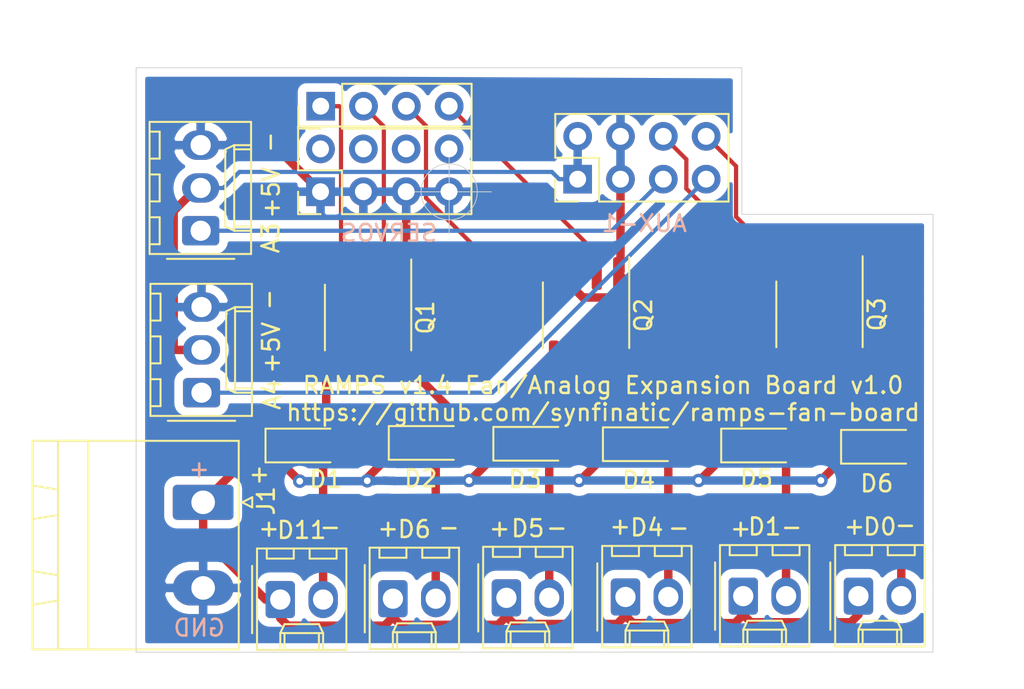
<source format=kicad_pcb>
(kicad_pcb (version 20171130) (host pcbnew "(5.1.5-0-10_14)")

  (general
    (thickness 1.6)
    (drawings 31)
    (tracks 148)
    (zones 0)
    (modules 21)
    (nets 18)
  )

  (page USLetter)
  (title_block
    (title "RAMPS v1.4 6 Fan Control")
    (date 2020-03-22)
    (rev 1)
    (company "Syn Fin dot Net")
    (comment 1 "Created By: Aaron Turner")
  )

  (layers
    (0 F.Cu signal)
    (31 B.Cu signal)
    (32 B.Adhes user)
    (33 F.Adhes user)
    (34 B.Paste user)
    (35 F.Paste user)
    (36 B.SilkS user)
    (37 F.SilkS user)
    (38 B.Mask user)
    (39 F.Mask user)
    (40 Dwgs.User user)
    (41 Cmts.User user)
    (42 Eco1.User user)
    (43 Eco2.User user)
    (44 Edge.Cuts user)
    (45 Margin user)
    (46 B.CrtYd user)
    (47 F.CrtYd user)
    (48 B.Fab user)
    (49 F.Fab user)
  )

  (setup
    (last_trace_width 0.5)
    (user_trace_width 0.5)
    (trace_clearance 0.2)
    (zone_clearance 0.508)
    (zone_45_only no)
    (trace_min 0.2)
    (via_size 0.8)
    (via_drill 0.4)
    (via_min_size 0.4)
    (via_min_drill 0.3)
    (uvia_size 0.3)
    (uvia_drill 0.1)
    (uvias_allowed no)
    (uvia_min_size 0.2)
    (uvia_min_drill 0.1)
    (edge_width 0.05)
    (segment_width 0.2)
    (pcb_text_width 0.3)
    (pcb_text_size 1.5 1.5)
    (mod_edge_width 0.12)
    (mod_text_size 1 1)
    (mod_text_width 0.15)
    (pad_size 1.524 1.524)
    (pad_drill 0.762)
    (pad_to_mask_clearance 0.051)
    (solder_mask_min_width 0.25)
    (aux_axis_origin 0 0)
    (grid_origin 154.56916 89.82964)
    (visible_elements FFFFFF7F)
    (pcbplotparams
      (layerselection 0x010fc_ffffffff)
      (usegerberextensions false)
      (usegerberattributes false)
      (usegerberadvancedattributes false)
      (creategerberjobfile false)
      (excludeedgelayer true)
      (linewidth 0.100000)
      (plotframeref false)
      (viasonmask false)
      (mode 1)
      (useauxorigin false)
      (hpglpennumber 1)
      (hpglpenspeed 20)
      (hpglpendiameter 15.000000)
      (psnegative false)
      (psa4output false)
      (plotreference true)
      (plotvalue true)
      (plotinvisibletext false)
      (padsonsilk false)
      (subtractmaskfromsilk false)
      (outputformat 1)
      (mirror false)
      (drillshape 1)
      (scaleselection 1)
      (outputdirectory ""))
  )

  (net 0 "")
  (net 1 +24V)
  (net 2 /OUT1)
  (net 3 /OUT2)
  (net 4 /OUT3)
  (net 5 /OUT4)
  (net 6 /OUT5)
  (net 7 /OUT6)
  (net 8 GND)
  (net 9 /A3)
  (net 10 +5V)
  (net 11 /D0)
  (net 12 /D1)
  (net 13 /A4)
  (net 14 /D11)
  (net 15 /D6)
  (net 16 /D5)
  (net 17 /D4)

  (net_class Default "This is the default net class."
    (clearance 0.2)
    (trace_width 0.25)
    (via_dia 0.8)
    (via_drill 0.4)
    (uvia_dia 0.3)
    (uvia_drill 0.1)
    (add_net +24V)
    (add_net +5V)
    (add_net /A3)
    (add_net /A4)
    (add_net /D0)
    (add_net /D1)
    (add_net /D11)
    (add_net /D4)
    (add_net /D5)
    (add_net /D6)
    (add_net /OUT1)
    (add_net /OUT2)
    (add_net /OUT3)
    (add_net /OUT4)
    (add_net /OUT5)
    (add_net /OUT6)
    (add_net GND)
  )

  (net_class +24V ""
    (clearance 0.2)
    (trace_width 0.5)
    (via_dia 0.8)
    (via_drill 0.4)
    (uvia_dia 0.3)
    (uvia_drill 0.1)
  )

  (module synfinatic:PinHeader_2x04_P2.54mm_Vertical-TopBottom (layer F.Cu) (tedit 5E77ED77) (tstamp 5E78771E)
    (at 145.50136 90.23788 90)
    (descr "Through hole straight pin header, 2x04, 2.54mm pitch, double rows")
    (tags "Through hole pin header THT 2x04 2.54mm double row")
    (path /5E7F3346)
    (fp_text reference J3 (at -2.782 4.06908) (layer B.SilkS) hide
      (effects (font (size 1 1) (thickness 0.15)) (justify mirror))
    )
    (fp_text value Conn_02x04_Top_Bottom (at 1.27 9.95 90) (layer F.Fab)
      (effects (font (size 1 1) (thickness 0.15)))
    )
    (fp_text user %R (at 1.27 3.81) (layer F.Fab)
      (effects (font (size 1 1) (thickness 0.15)))
    )
    (fp_line (start 4.35 -1.8) (end -1.8 -1.8) (layer F.CrtYd) (width 0.05))
    (fp_line (start 4.35 9.4) (end 4.35 -1.8) (layer F.CrtYd) (width 0.05))
    (fp_line (start -1.8 9.4) (end 4.35 9.4) (layer F.CrtYd) (width 0.05))
    (fp_line (start -1.8 -1.8) (end -1.8 9.4) (layer F.CrtYd) (width 0.05))
    (fp_line (start -1.33 -1.33) (end 0 -1.33) (layer F.SilkS) (width 0.12))
    (fp_line (start -1.33 0) (end -1.33 -1.33) (layer F.SilkS) (width 0.12))
    (fp_line (start 1.27 -1.33) (end 3.87 -1.33) (layer F.SilkS) (width 0.12))
    (fp_line (start 1.27 1.27) (end 1.27 -1.33) (layer F.SilkS) (width 0.12))
    (fp_line (start -1.33 1.27) (end 1.27 1.27) (layer F.SilkS) (width 0.12))
    (fp_line (start 3.87 -1.33) (end 3.87 8.95) (layer F.SilkS) (width 0.12))
    (fp_line (start -1.33 1.27) (end -1.33 8.95) (layer F.SilkS) (width 0.12))
    (fp_line (start -1.33 8.95) (end 3.87 8.95) (layer F.SilkS) (width 0.12))
    (fp_line (start -1.27 0) (end 0 -1.27) (layer F.Fab) (width 0.1))
    (fp_line (start -1.27 8.89) (end -1.27 0) (layer F.Fab) (width 0.1))
    (fp_line (start 3.81 8.89) (end -1.27 8.89) (layer F.Fab) (width 0.1))
    (fp_line (start 3.81 -1.27) (end 3.81 8.89) (layer F.Fab) (width 0.1))
    (fp_line (start 0 -1.27) (end 3.81 -1.27) (layer F.Fab) (width 0.1))
    (pad 8 thru_hole oval (at 2.54 7.62 90) (size 1.7 1.7) (drill 1) (layers *.Cu *.Mask)
      (net 11 /D0))
    (pad 4 thru_hole oval (at 0 7.62 90) (size 1.7 1.7) (drill 1) (layers *.Cu *.Mask)
      (net 13 /A4))
    (pad 7 thru_hole oval (at 2.54 5.08 90) (size 1.7 1.7) (drill 1) (layers *.Cu *.Mask)
      (net 12 /D1))
    (pad 3 thru_hole oval (at 0 5.08 90) (size 1.7 1.7) (drill 1) (layers *.Cu *.Mask)
      (net 9 /A3))
    (pad 6 thru_hole oval (at 2.54 2.54 90) (size 1.7 1.7) (drill 1) (layers *.Cu *.Mask)
      (net 8 GND))
    (pad 2 thru_hole oval (at 0 2.54 90) (size 1.7 1.7) (drill 1) (layers *.Cu *.Mask)
      (net 8 GND))
    (pad 5 thru_hole oval (at 2.54 0 90) (size 1.7 1.7) (drill 1) (layers *.Cu *.Mask)
      (net 10 +5V))
    (pad 1 thru_hole rect (at 0 0 90) (size 1.7 1.7) (drill 1) (layers *.Cu *.Mask)
      (net 10 +5V))
    (model ${KISYS3DMOD}/Connector_PinHeader_2.54mm.3dshapes/PinHeader_2x04_P2.54mm_Vertical.wrl
      (at (xyz 0 0 0))
      (scale (xyz 1 1 1))
      (rotate (xyz 0 0 0))
    )
  )

  (module synfinatic:PinHeader_2x04_P2.54mm_Vertical-TopBottom (layer F.Cu) (tedit 5E77ED77) (tstamp 5E7848DB)
    (at 130.2512 90.9828 90)
    (descr "Through hole straight pin header, 2x04, 2.54mm pitch, double rows")
    (tags "Through hole pin header THT 2x04 2.54mm double row")
    (path /5E7F2109)
    (fp_text reference J5 (at 0.90678 10.41908) (layer B.SilkS) hide
      (effects (font (size 1 1) (thickness 0.15)) (justify mirror))
    )
    (fp_text value Conn_02x04_Top_Bottom (at 1.27 9.95 90) (layer F.Fab)
      (effects (font (size 1 1) (thickness 0.15)))
    )
    (fp_text user %R (at 1.27 3.81) (layer F.Fab)
      (effects (font (size 1 1) (thickness 0.15)))
    )
    (fp_line (start 4.35 -1.8) (end -1.8 -1.8) (layer F.CrtYd) (width 0.05))
    (fp_line (start 4.35 9.4) (end 4.35 -1.8) (layer F.CrtYd) (width 0.05))
    (fp_line (start -1.8 9.4) (end 4.35 9.4) (layer F.CrtYd) (width 0.05))
    (fp_line (start -1.8 -1.8) (end -1.8 9.4) (layer F.CrtYd) (width 0.05))
    (fp_line (start -1.33 -1.33) (end 0 -1.33) (layer F.SilkS) (width 0.12))
    (fp_line (start -1.33 0) (end -1.33 -1.33) (layer F.SilkS) (width 0.12))
    (fp_line (start 1.27 -1.33) (end 3.87 -1.33) (layer F.SilkS) (width 0.12))
    (fp_line (start 1.27 1.27) (end 1.27 -1.33) (layer F.SilkS) (width 0.12))
    (fp_line (start -1.33 1.27) (end 1.27 1.27) (layer F.SilkS) (width 0.12))
    (fp_line (start 3.87 -1.33) (end 3.87 8.95) (layer F.SilkS) (width 0.12))
    (fp_line (start -1.33 1.27) (end -1.33 8.95) (layer F.SilkS) (width 0.12))
    (fp_line (start -1.33 8.95) (end 3.87 8.95) (layer F.SilkS) (width 0.12))
    (fp_line (start -1.27 0) (end 0 -1.27) (layer F.Fab) (width 0.1))
    (fp_line (start -1.27 8.89) (end -1.27 0) (layer F.Fab) (width 0.1))
    (fp_line (start 3.81 8.89) (end -1.27 8.89) (layer F.Fab) (width 0.1))
    (fp_line (start 3.81 -1.27) (end 3.81 8.89) (layer F.Fab) (width 0.1))
    (fp_line (start 0 -1.27) (end 3.81 -1.27) (layer F.Fab) (width 0.1))
    (pad 8 thru_hole oval (at 2.54 7.62 90) (size 1.7 1.7) (drill 1) (layers *.Cu *.Mask))
    (pad 4 thru_hole oval (at 0 7.62 90) (size 1.7 1.7) (drill 1) (layers *.Cu *.Mask)
      (net 8 GND))
    (pad 7 thru_hole oval (at 2.54 5.08 90) (size 1.7 1.7) (drill 1) (layers *.Cu *.Mask))
    (pad 3 thru_hole oval (at 0 5.08 90) (size 1.7 1.7) (drill 1) (layers *.Cu *.Mask)
      (net 8 GND))
    (pad 6 thru_hole oval (at 2.54 2.54 90) (size 1.7 1.7) (drill 1) (layers *.Cu *.Mask))
    (pad 2 thru_hole oval (at 0 2.54 90) (size 1.7 1.7) (drill 1) (layers *.Cu *.Mask)
      (net 8 GND))
    (pad 5 thru_hole oval (at 2.54 0 90) (size 1.7 1.7) (drill 1) (layers *.Cu *.Mask))
    (pad 1 thru_hole rect (at 0 0 90) (size 1.7 1.7) (drill 1) (layers *.Cu *.Mask)
      (net 8 GND))
    (model ${KISYS3DMOD}/Connector_PinHeader_2.54mm.3dshapes/PinHeader_2x04_P2.54mm_Vertical.wrl
      (at (xyz 0 0 0))
      (scale (xyz 1 1 1))
      (rotate (xyz 0 0 0))
    )
  )

  (module Diode_SMD:D_SOD-123F (layer F.Cu) (tedit 587F7769) (tstamp 5E7847BE)
    (at 129.1874 106.045)
    (descr D_SOD-123F)
    (tags D_SOD-123F)
    (path /5E797CAE)
    (attr smd)
    (fp_text reference D1 (at 1.38384 2.0066) (layer F.SilkS)
      (effects (font (size 1 1) (thickness 0.15)))
    )
    (fp_text value 1N4148W (at 0 2.1) (layer F.Fab)
      (effects (font (size 1 1) (thickness 0.15)))
    )
    (fp_text user %R (at -0.127 -1.905) (layer F.Fab)
      (effects (font (size 1 1) (thickness 0.15)))
    )
    (fp_line (start -2.2 -1) (end -2.2 1) (layer F.SilkS) (width 0.12))
    (fp_line (start 0.25 0) (end 0.75 0) (layer F.Fab) (width 0.1))
    (fp_line (start 0.25 0.4) (end -0.35 0) (layer F.Fab) (width 0.1))
    (fp_line (start 0.25 -0.4) (end 0.25 0.4) (layer F.Fab) (width 0.1))
    (fp_line (start -0.35 0) (end 0.25 -0.4) (layer F.Fab) (width 0.1))
    (fp_line (start -0.35 0) (end -0.35 0.55) (layer F.Fab) (width 0.1))
    (fp_line (start -0.35 0) (end -0.35 -0.55) (layer F.Fab) (width 0.1))
    (fp_line (start -0.75 0) (end -0.35 0) (layer F.Fab) (width 0.1))
    (fp_line (start -1.4 0.9) (end -1.4 -0.9) (layer F.Fab) (width 0.1))
    (fp_line (start 1.4 0.9) (end -1.4 0.9) (layer F.Fab) (width 0.1))
    (fp_line (start 1.4 -0.9) (end 1.4 0.9) (layer F.Fab) (width 0.1))
    (fp_line (start -1.4 -0.9) (end 1.4 -0.9) (layer F.Fab) (width 0.1))
    (fp_line (start -2.2 -1.15) (end 2.2 -1.15) (layer F.CrtYd) (width 0.05))
    (fp_line (start 2.2 -1.15) (end 2.2 1.15) (layer F.CrtYd) (width 0.05))
    (fp_line (start 2.2 1.15) (end -2.2 1.15) (layer F.CrtYd) (width 0.05))
    (fp_line (start -2.2 -1.15) (end -2.2 1.15) (layer F.CrtYd) (width 0.05))
    (fp_line (start -2.2 1) (end 1.65 1) (layer F.SilkS) (width 0.12))
    (fp_line (start -2.2 -1) (end 1.65 -1) (layer F.SilkS) (width 0.12))
    (pad 1 smd rect (at -1.4 0) (size 1.1 1.1) (layers F.Cu F.Paste F.Mask)
      (net 1 +24V))
    (pad 2 smd rect (at 1.4 0) (size 1.1 1.1) (layers F.Cu F.Paste F.Mask)
      (net 2 /OUT1))
    (model ${KISYS3DMOD}/Diode_SMD.3dshapes/D_SOD-123F.wrl
      (at (xyz 0 0 0))
      (scale (xyz 1 1 1))
      (rotate (xyz 0 0 0))
    )
  )

  (module Diode_SMD:D_SOD-123F (layer F.Cu) (tedit 587F7769) (tstamp 5E7847D7)
    (at 136.4996 105.8926)
    (descr D_SOD-123F)
    (tags D_SOD-123F)
    (path /5E7A353C)
    (attr smd)
    (fp_text reference D2 (at -0.29972 2.1082) (layer F.SilkS)
      (effects (font (size 1 1) (thickness 0.15)))
    )
    (fp_text value 1N4148W (at 0 2.1) (layer F.Fab)
      (effects (font (size 1 1) (thickness 0.15)))
    )
    (fp_line (start -2.2 -1) (end 1.65 -1) (layer F.SilkS) (width 0.12))
    (fp_line (start -2.2 1) (end 1.65 1) (layer F.SilkS) (width 0.12))
    (fp_line (start -2.2 -1.15) (end -2.2 1.15) (layer F.CrtYd) (width 0.05))
    (fp_line (start 2.2 1.15) (end -2.2 1.15) (layer F.CrtYd) (width 0.05))
    (fp_line (start 2.2 -1.15) (end 2.2 1.15) (layer F.CrtYd) (width 0.05))
    (fp_line (start -2.2 -1.15) (end 2.2 -1.15) (layer F.CrtYd) (width 0.05))
    (fp_line (start -1.4 -0.9) (end 1.4 -0.9) (layer F.Fab) (width 0.1))
    (fp_line (start 1.4 -0.9) (end 1.4 0.9) (layer F.Fab) (width 0.1))
    (fp_line (start 1.4 0.9) (end -1.4 0.9) (layer F.Fab) (width 0.1))
    (fp_line (start -1.4 0.9) (end -1.4 -0.9) (layer F.Fab) (width 0.1))
    (fp_line (start -0.75 0) (end -0.35 0) (layer F.Fab) (width 0.1))
    (fp_line (start -0.35 0) (end -0.35 -0.55) (layer F.Fab) (width 0.1))
    (fp_line (start -0.35 0) (end -0.35 0.55) (layer F.Fab) (width 0.1))
    (fp_line (start -0.35 0) (end 0.25 -0.4) (layer F.Fab) (width 0.1))
    (fp_line (start 0.25 -0.4) (end 0.25 0.4) (layer F.Fab) (width 0.1))
    (fp_line (start 0.25 0.4) (end -0.35 0) (layer F.Fab) (width 0.1))
    (fp_line (start 0.25 0) (end 0.75 0) (layer F.Fab) (width 0.1))
    (fp_line (start -2.2 -1) (end -2.2 1) (layer F.SilkS) (width 0.12))
    (fp_text user %R (at -0.127 -1.905) (layer F.Fab)
      (effects (font (size 1 1) (thickness 0.15)))
    )
    (pad 2 smd rect (at 1.4 0) (size 1.1 1.1) (layers F.Cu F.Paste F.Mask)
      (net 3 /OUT2))
    (pad 1 smd rect (at -1.4 0) (size 1.1 1.1) (layers F.Cu F.Paste F.Mask)
      (net 1 +24V))
    (model ${KISYS3DMOD}/Diode_SMD.3dshapes/D_SOD-123F.wrl
      (at (xyz 0 0 0))
      (scale (xyz 1 1 1))
      (rotate (xyz 0 0 0))
    )
  )

  (module Diode_SMD:D_SOD-123F (layer F.Cu) (tedit 587F7769) (tstamp 5E7847F0)
    (at 142.7002 105.9434)
    (descr D_SOD-123F)
    (tags D_SOD-123F)
    (path /5E7A3ACD)
    (attr smd)
    (fp_text reference D3 (at -0.31796 2.1082) (layer F.SilkS)
      (effects (font (size 1 1) (thickness 0.15)))
    )
    (fp_text value 1N4148W (at 0 2.1) (layer F.Fab)
      (effects (font (size 1 1) (thickness 0.15)))
    )
    (fp_text user %R (at -0.127 -1.905) (layer F.Fab)
      (effects (font (size 1 1) (thickness 0.15)))
    )
    (fp_line (start -2.2 -1) (end -2.2 1) (layer F.SilkS) (width 0.12))
    (fp_line (start 0.25 0) (end 0.75 0) (layer F.Fab) (width 0.1))
    (fp_line (start 0.25 0.4) (end -0.35 0) (layer F.Fab) (width 0.1))
    (fp_line (start 0.25 -0.4) (end 0.25 0.4) (layer F.Fab) (width 0.1))
    (fp_line (start -0.35 0) (end 0.25 -0.4) (layer F.Fab) (width 0.1))
    (fp_line (start -0.35 0) (end -0.35 0.55) (layer F.Fab) (width 0.1))
    (fp_line (start -0.35 0) (end -0.35 -0.55) (layer F.Fab) (width 0.1))
    (fp_line (start -0.75 0) (end -0.35 0) (layer F.Fab) (width 0.1))
    (fp_line (start -1.4 0.9) (end -1.4 -0.9) (layer F.Fab) (width 0.1))
    (fp_line (start 1.4 0.9) (end -1.4 0.9) (layer F.Fab) (width 0.1))
    (fp_line (start 1.4 -0.9) (end 1.4 0.9) (layer F.Fab) (width 0.1))
    (fp_line (start -1.4 -0.9) (end 1.4 -0.9) (layer F.Fab) (width 0.1))
    (fp_line (start -2.2 -1.15) (end 2.2 -1.15) (layer F.CrtYd) (width 0.05))
    (fp_line (start 2.2 -1.15) (end 2.2 1.15) (layer F.CrtYd) (width 0.05))
    (fp_line (start 2.2 1.15) (end -2.2 1.15) (layer F.CrtYd) (width 0.05))
    (fp_line (start -2.2 -1.15) (end -2.2 1.15) (layer F.CrtYd) (width 0.05))
    (fp_line (start -2.2 1) (end 1.65 1) (layer F.SilkS) (width 0.12))
    (fp_line (start -2.2 -1) (end 1.65 -1) (layer F.SilkS) (width 0.12))
    (pad 1 smd rect (at -1.4 0) (size 1.1 1.1) (layers F.Cu F.Paste F.Mask)
      (net 1 +24V))
    (pad 2 smd rect (at 1.4 0) (size 1.1 1.1) (layers F.Cu F.Paste F.Mask)
      (net 4 /OUT3))
    (model ${KISYS3DMOD}/Diode_SMD.3dshapes/D_SOD-123F.wrl
      (at (xyz 0 0 0))
      (scale (xyz 1 1 1))
      (rotate (xyz 0 0 0))
    )
  )

  (module Diode_SMD:D_SOD-123F (layer F.Cu) (tedit 587F7769) (tstamp 5E784809)
    (at 149.1996 105.9688)
    (descr D_SOD-123F)
    (tags D_SOD-123F)
    (path /5E7A9896)
    (attr smd)
    (fp_text reference D4 (at -0.08128 2.13106) (layer F.SilkS)
      (effects (font (size 1 1) (thickness 0.15)))
    )
    (fp_text value 1N4148W (at 0 2.1) (layer F.Fab)
      (effects (font (size 1 1) (thickness 0.15)))
    )
    (fp_line (start -2.2 -1) (end 1.65 -1) (layer F.SilkS) (width 0.12))
    (fp_line (start -2.2 1) (end 1.65 1) (layer F.SilkS) (width 0.12))
    (fp_line (start -2.2 -1.15) (end -2.2 1.15) (layer F.CrtYd) (width 0.05))
    (fp_line (start 2.2 1.15) (end -2.2 1.15) (layer F.CrtYd) (width 0.05))
    (fp_line (start 2.2 -1.15) (end 2.2 1.15) (layer F.CrtYd) (width 0.05))
    (fp_line (start -2.2 -1.15) (end 2.2 -1.15) (layer F.CrtYd) (width 0.05))
    (fp_line (start -1.4 -0.9) (end 1.4 -0.9) (layer F.Fab) (width 0.1))
    (fp_line (start 1.4 -0.9) (end 1.4 0.9) (layer F.Fab) (width 0.1))
    (fp_line (start 1.4 0.9) (end -1.4 0.9) (layer F.Fab) (width 0.1))
    (fp_line (start -1.4 0.9) (end -1.4 -0.9) (layer F.Fab) (width 0.1))
    (fp_line (start -0.75 0) (end -0.35 0) (layer F.Fab) (width 0.1))
    (fp_line (start -0.35 0) (end -0.35 -0.55) (layer F.Fab) (width 0.1))
    (fp_line (start -0.35 0) (end -0.35 0.55) (layer F.Fab) (width 0.1))
    (fp_line (start -0.35 0) (end 0.25 -0.4) (layer F.Fab) (width 0.1))
    (fp_line (start 0.25 -0.4) (end 0.25 0.4) (layer F.Fab) (width 0.1))
    (fp_line (start 0.25 0.4) (end -0.35 0) (layer F.Fab) (width 0.1))
    (fp_line (start 0.25 0) (end 0.75 0) (layer F.Fab) (width 0.1))
    (fp_line (start -2.2 -1) (end -2.2 1) (layer F.SilkS) (width 0.12))
    (fp_text user %R (at -0.127 -1.905) (layer F.Fab)
      (effects (font (size 1 1) (thickness 0.15)))
    )
    (pad 2 smd rect (at 1.4 0) (size 1.1 1.1) (layers F.Cu F.Paste F.Mask)
      (net 5 /OUT4))
    (pad 1 smd rect (at -1.4 0) (size 1.1 1.1) (layers F.Cu F.Paste F.Mask)
      (net 1 +24V))
    (model ${KISYS3DMOD}/Diode_SMD.3dshapes/D_SOD-123F.wrl
      (at (xyz 0 0 0))
      (scale (xyz 1 1 1))
      (rotate (xyz 0 0 0))
    )
  )

  (module Diode_SMD:D_SOD-123F (layer F.Cu) (tedit 587F7769) (tstamp 5E784822)
    (at 156.213 106.045)
    (descr D_SOD-123F)
    (tags D_SOD-123F)
    (path /5E7A9FB3)
    (attr smd)
    (fp_text reference D5 (at -0.10714 1.9558) (layer F.SilkS)
      (effects (font (size 1 1) (thickness 0.15)))
    )
    (fp_text value 1N4148W (at 0 2.1) (layer F.Fab)
      (effects (font (size 1 1) (thickness 0.15)))
    )
    (fp_text user %R (at -0.127 -1.905) (layer F.Fab)
      (effects (font (size 1 1) (thickness 0.15)))
    )
    (fp_line (start -2.2 -1) (end -2.2 1) (layer F.SilkS) (width 0.12))
    (fp_line (start 0.25 0) (end 0.75 0) (layer F.Fab) (width 0.1))
    (fp_line (start 0.25 0.4) (end -0.35 0) (layer F.Fab) (width 0.1))
    (fp_line (start 0.25 -0.4) (end 0.25 0.4) (layer F.Fab) (width 0.1))
    (fp_line (start -0.35 0) (end 0.25 -0.4) (layer F.Fab) (width 0.1))
    (fp_line (start -0.35 0) (end -0.35 0.55) (layer F.Fab) (width 0.1))
    (fp_line (start -0.35 0) (end -0.35 -0.55) (layer F.Fab) (width 0.1))
    (fp_line (start -0.75 0) (end -0.35 0) (layer F.Fab) (width 0.1))
    (fp_line (start -1.4 0.9) (end -1.4 -0.9) (layer F.Fab) (width 0.1))
    (fp_line (start 1.4 0.9) (end -1.4 0.9) (layer F.Fab) (width 0.1))
    (fp_line (start 1.4 -0.9) (end 1.4 0.9) (layer F.Fab) (width 0.1))
    (fp_line (start -1.4 -0.9) (end 1.4 -0.9) (layer F.Fab) (width 0.1))
    (fp_line (start -2.2 -1.15) (end 2.2 -1.15) (layer F.CrtYd) (width 0.05))
    (fp_line (start 2.2 -1.15) (end 2.2 1.15) (layer F.CrtYd) (width 0.05))
    (fp_line (start 2.2 1.15) (end -2.2 1.15) (layer F.CrtYd) (width 0.05))
    (fp_line (start -2.2 -1.15) (end -2.2 1.15) (layer F.CrtYd) (width 0.05))
    (fp_line (start -2.2 1) (end 1.65 1) (layer F.SilkS) (width 0.12))
    (fp_line (start -2.2 -1) (end 1.65 -1) (layer F.SilkS) (width 0.12))
    (pad 1 smd rect (at -1.4 0) (size 1.1 1.1) (layers F.Cu F.Paste F.Mask)
      (net 1 +24V))
    (pad 2 smd rect (at 1.4 0) (size 1.1 1.1) (layers F.Cu F.Paste F.Mask)
      (net 6 /OUT5))
    (model ${KISYS3DMOD}/Diode_SMD.3dshapes/D_SOD-123F.wrl
      (at (xyz 0 0 0))
      (scale (xyz 1 1 1))
      (rotate (xyz 0 0 0))
    )
  )

  (module Diode_SMD:D_SOD-123F (layer F.Cu) (tedit 587F7769) (tstamp 5E78483B)
    (at 163.325 106.1212)
    (descr D_SOD-123F)
    (tags D_SOD-123F)
    (path /5E7AA85C)
    (attr smd)
    (fp_text reference D6 (at -0.08174 2.18186) (layer F.SilkS)
      (effects (font (size 1 1) (thickness 0.15)))
    )
    (fp_text value 1N4148W (at 0 2.1) (layer F.Fab)
      (effects (font (size 1 1) (thickness 0.15)))
    )
    (fp_line (start -2.2 -1) (end 1.65 -1) (layer F.SilkS) (width 0.12))
    (fp_line (start -2.2 1) (end 1.65 1) (layer F.SilkS) (width 0.12))
    (fp_line (start -2.2 -1.15) (end -2.2 1.15) (layer F.CrtYd) (width 0.05))
    (fp_line (start 2.2 1.15) (end -2.2 1.15) (layer F.CrtYd) (width 0.05))
    (fp_line (start 2.2 -1.15) (end 2.2 1.15) (layer F.CrtYd) (width 0.05))
    (fp_line (start -2.2 -1.15) (end 2.2 -1.15) (layer F.CrtYd) (width 0.05))
    (fp_line (start -1.4 -0.9) (end 1.4 -0.9) (layer F.Fab) (width 0.1))
    (fp_line (start 1.4 -0.9) (end 1.4 0.9) (layer F.Fab) (width 0.1))
    (fp_line (start 1.4 0.9) (end -1.4 0.9) (layer F.Fab) (width 0.1))
    (fp_line (start -1.4 0.9) (end -1.4 -0.9) (layer F.Fab) (width 0.1))
    (fp_line (start -0.75 0) (end -0.35 0) (layer F.Fab) (width 0.1))
    (fp_line (start -0.35 0) (end -0.35 -0.55) (layer F.Fab) (width 0.1))
    (fp_line (start -0.35 0) (end -0.35 0.55) (layer F.Fab) (width 0.1))
    (fp_line (start -0.35 0) (end 0.25 -0.4) (layer F.Fab) (width 0.1))
    (fp_line (start 0.25 -0.4) (end 0.25 0.4) (layer F.Fab) (width 0.1))
    (fp_line (start 0.25 0.4) (end -0.35 0) (layer F.Fab) (width 0.1))
    (fp_line (start 0.25 0) (end 0.75 0) (layer F.Fab) (width 0.1))
    (fp_line (start -2.2 -1) (end -2.2 1) (layer F.SilkS) (width 0.12))
    (fp_text user %R (at -0.127 -1.905) (layer F.Fab)
      (effects (font (size 1 1) (thickness 0.15)))
    )
    (pad 2 smd rect (at 1.4 0) (size 1.1 1.1) (layers F.Cu F.Paste F.Mask)
      (net 7 /OUT6))
    (pad 1 smd rect (at -1.4 0) (size 1.1 1.1) (layers F.Cu F.Paste F.Mask)
      (net 1 +24V))
    (model ${KISYS3DMOD}/Diode_SMD.3dshapes/D_SOD-123F.wrl
      (at (xyz 0 0 0))
      (scale (xyz 1 1 1))
      (rotate (xyz 0 0 0))
    )
  )

  (module Connector_Phoenix_MSTB:PhoenixContact_MSTBA_2,5_2-G-5,08_1x02_P5.08mm_Horizontal (layer F.Cu) (tedit 5B785047) (tstamp 5E78485F)
    (at 123.28906 109.41812 270)
    (descr "Generic Phoenix Contact connector footprint for: MSTBA_2,5/2-G-5,08; number of pins: 02; pin pitch: 5.08mm; Angled || order number: 1757242 12A || order number: 1923869 16A (HC)")
    (tags "phoenix_contact connector MSTBA_01x02_G_5.08mm")
    (path /5E7991A7)
    (fp_text reference J1 (at -0.09144 -3.73126 90) (layer F.SilkS)
      (effects (font (size 1 1) (thickness 0.15)))
    )
    (fp_text value Screw_Terminal_01x02 (at 2.54 11.2 90) (layer F.Fab)
      (effects (font (size 1 1) (thickness 0.15)))
    )
    (fp_line (start -3.65 -2.11) (end -3.65 10.11) (layer F.SilkS) (width 0.12))
    (fp_line (start -3.65 10.11) (end 8.73 10.11) (layer F.SilkS) (width 0.12))
    (fp_line (start 8.73 10.11) (end 8.73 -2.11) (layer F.SilkS) (width 0.12))
    (fp_line (start 8.73 -2.11) (end -3.65 -2.11) (layer F.SilkS) (width 0.12))
    (fp_line (start -3.54 -2) (end -3.54 10) (layer F.Fab) (width 0.1))
    (fp_line (start -3.54 10) (end 8.62 10) (layer F.Fab) (width 0.1))
    (fp_line (start 8.62 10) (end 8.62 -2) (layer F.Fab) (width 0.1))
    (fp_line (start 8.62 -2) (end -3.54 -2) (layer F.Fab) (width 0.1))
    (fp_line (start -3.65 8.61) (end -3.65 6.81) (layer F.SilkS) (width 0.12))
    (fp_line (start -3.65 6.81) (end 8.73 6.81) (layer F.SilkS) (width 0.12))
    (fp_line (start 8.73 6.81) (end 8.73 8.61) (layer F.SilkS) (width 0.12))
    (fp_line (start 8.73 8.61) (end -3.65 8.61) (layer F.SilkS) (width 0.12))
    (fp_line (start -1 10.11) (end 1 10.11) (layer F.SilkS) (width 0.12))
    (fp_line (start 1 10.11) (end 0.75 8.61) (layer F.SilkS) (width 0.12))
    (fp_line (start 0.75 8.61) (end -0.75 8.61) (layer F.SilkS) (width 0.12))
    (fp_line (start -0.75 8.61) (end -1 10.11) (layer F.SilkS) (width 0.12))
    (fp_line (start 4.08 10.11) (end 6.08 10.11) (layer F.SilkS) (width 0.12))
    (fp_line (start 6.08 10.11) (end 5.83 8.61) (layer F.SilkS) (width 0.12))
    (fp_line (start 5.83 8.61) (end 4.33 8.61) (layer F.SilkS) (width 0.12))
    (fp_line (start 4.33 8.61) (end 4.08 10.11) (layer F.SilkS) (width 0.12))
    (fp_line (start -4.04 -2.5) (end -4.04 10.5) (layer F.CrtYd) (width 0.05))
    (fp_line (start -4.04 10.5) (end 9.12 10.5) (layer F.CrtYd) (width 0.05))
    (fp_line (start 9.12 10.5) (end 9.12 -2.5) (layer F.CrtYd) (width 0.05))
    (fp_line (start 9.12 -2.5) (end -4.04 -2.5) (layer F.CrtYd) (width 0.05))
    (fp_line (start 0.3 -2.91) (end 0 -2.31) (layer F.SilkS) (width 0.12))
    (fp_line (start 0 -2.31) (end -0.3 -2.91) (layer F.SilkS) (width 0.12))
    (fp_line (start -0.3 -2.91) (end 0.3 -2.91) (layer F.SilkS) (width 0.12))
    (fp_line (start 0.95 -2) (end 0 -0.5) (layer F.Fab) (width 0.1))
    (fp_line (start 0 -0.5) (end -0.95 -2) (layer F.Fab) (width 0.1))
    (fp_text user %R (at 2.54 -1.3 90) (layer F.Fab)
      (effects (font (size 1 1) (thickness 0.15)))
    )
    (pad 1 thru_hole roundrect (at 0 0 270) (size 2.08 3.6) (drill 1.4) (layers *.Cu *.Mask) (roundrect_rratio 0.120192)
      (net 1 +24V))
    (pad 2 thru_hole oval (at 5.08 0 270) (size 2.08 3.6) (drill 1.4) (layers *.Cu *.Mask)
      (net 8 GND))
    (model ${KISYS3DMOD}/Connector_Phoenix_MSTB.3dshapes/PhoenixContact_MSTBA_2,5_2-G-5,08_1x02_P5.08mm_Horizontal.wrl
      (at (xyz 0 0 0))
      (scale (xyz 1 1 1))
      (rotate (xyz 0 0 0))
    )
  )

  (module Connector_Molex:Molex_KK-254_AE-6410-03A_1x03_P2.54mm_Vertical (layer F.Cu) (tedit 5B78013E) (tstamp 5E784887)
    (at 123.14174 93.29928 90)
    (descr "Molex KK-254 Interconnect System, old/engineering part number: AE-6410-03A example for new part number: 22-27-2031, 3 Pins (http://www.molex.com/pdm_docs/sd/022272021_sd.pdf), generated with kicad-footprint-generator")
    (tags "connector Molex KK-254 side entry")
    (path /5E859ECB)
    (fp_text reference A3 (at 7.90194 -0.23876 90) (layer F.SilkS) hide
      (effects (font (size 1 1) (thickness 0.15)))
    )
    (fp_text value Conn_01x03 (at 2.54 4.08 90) (layer F.Fab)
      (effects (font (size 1 1) (thickness 0.15)))
    )
    (fp_line (start -1.27 -2.92) (end -1.27 2.88) (layer F.Fab) (width 0.1))
    (fp_line (start -1.27 2.88) (end 6.35 2.88) (layer F.Fab) (width 0.1))
    (fp_line (start 6.35 2.88) (end 6.35 -2.92) (layer F.Fab) (width 0.1))
    (fp_line (start 6.35 -2.92) (end -1.27 -2.92) (layer F.Fab) (width 0.1))
    (fp_line (start -1.38 -3.03) (end -1.38 2.99) (layer F.SilkS) (width 0.12))
    (fp_line (start -1.38 2.99) (end 6.46 2.99) (layer F.SilkS) (width 0.12))
    (fp_line (start 6.46 2.99) (end 6.46 -3.03) (layer F.SilkS) (width 0.12))
    (fp_line (start 6.46 -3.03) (end -1.38 -3.03) (layer F.SilkS) (width 0.12))
    (fp_line (start -1.67 -2) (end -1.67 2) (layer F.SilkS) (width 0.12))
    (fp_line (start -1.27 -0.5) (end -0.562893 0) (layer F.Fab) (width 0.1))
    (fp_line (start -0.562893 0) (end -1.27 0.5) (layer F.Fab) (width 0.1))
    (fp_line (start 0 2.99) (end 0 1.99) (layer F.SilkS) (width 0.12))
    (fp_line (start 0 1.99) (end 5.08 1.99) (layer F.SilkS) (width 0.12))
    (fp_line (start 5.08 1.99) (end 5.08 2.99) (layer F.SilkS) (width 0.12))
    (fp_line (start 0 1.99) (end 0.25 1.46) (layer F.SilkS) (width 0.12))
    (fp_line (start 0.25 1.46) (end 4.83 1.46) (layer F.SilkS) (width 0.12))
    (fp_line (start 4.83 1.46) (end 5.08 1.99) (layer F.SilkS) (width 0.12))
    (fp_line (start 0.25 2.99) (end 0.25 1.99) (layer F.SilkS) (width 0.12))
    (fp_line (start 4.83 2.99) (end 4.83 1.99) (layer F.SilkS) (width 0.12))
    (fp_line (start -0.8 -3.03) (end -0.8 -2.43) (layer F.SilkS) (width 0.12))
    (fp_line (start -0.8 -2.43) (end 0.8 -2.43) (layer F.SilkS) (width 0.12))
    (fp_line (start 0.8 -2.43) (end 0.8 -3.03) (layer F.SilkS) (width 0.12))
    (fp_line (start 1.74 -3.03) (end 1.74 -2.43) (layer F.SilkS) (width 0.12))
    (fp_line (start 1.74 -2.43) (end 3.34 -2.43) (layer F.SilkS) (width 0.12))
    (fp_line (start 3.34 -2.43) (end 3.34 -3.03) (layer F.SilkS) (width 0.12))
    (fp_line (start 4.28 -3.03) (end 4.28 -2.43) (layer F.SilkS) (width 0.12))
    (fp_line (start 4.28 -2.43) (end 5.88 -2.43) (layer F.SilkS) (width 0.12))
    (fp_line (start 5.88 -2.43) (end 5.88 -3.03) (layer F.SilkS) (width 0.12))
    (fp_line (start -1.77 -3.42) (end -1.77 3.38) (layer F.CrtYd) (width 0.05))
    (fp_line (start -1.77 3.38) (end 6.85 3.38) (layer F.CrtYd) (width 0.05))
    (fp_line (start 6.85 3.38) (end 6.85 -3.42) (layer F.CrtYd) (width 0.05))
    (fp_line (start 6.85 -3.42) (end -1.77 -3.42) (layer F.CrtYd) (width 0.05))
    (fp_text user %R (at 2.54 -2.22 90) (layer F.Fab)
      (effects (font (size 1 1) (thickness 0.15)))
    )
    (pad 1 thru_hole roundrect (at 0 0 90) (size 1.74 2.2) (drill 1.2) (layers *.Cu *.Mask) (roundrect_rratio 0.143678)
      (net 9 /A3))
    (pad 2 thru_hole oval (at 2.54 0 90) (size 1.74 2.2) (drill 1.2) (layers *.Cu *.Mask)
      (net 10 +5V))
    (pad 3 thru_hole oval (at 5.08 0 90) (size 1.74 2.2) (drill 1.2) (layers *.Cu *.Mask)
      (net 8 GND))
    (model ${KISYS3DMOD}/Connector_Molex.3dshapes/Molex_KK-254_AE-6410-03A_1x03_P2.54mm_Vertical.wrl
      (at (xyz 0 0 0))
      (scale (xyz 1 1 1))
      (rotate (xyz 0 0 0))
    )
  )

  (module Connector_PinHeader_2.54mm:PinHeader_1x04_P2.54mm_Vertical (layer F.Cu) (tedit 59FED5CC) (tstamp 5E785232)
    (at 130.26136 85.90788 90)
    (descr "Through hole straight pin header, 1x04, 2.54mm pitch, single row")
    (tags "Through hole pin header THT 1x04 2.54mm single row")
    (path /5E7F40C1)
    (fp_text reference J4 (at 0.05334 10.36066 90) (layer B.SilkS) hide
      (effects (font (size 1 1) (thickness 0.15)) (justify mirror))
    )
    (fp_text value Conn_01x04 (at 0 9.95 90) (layer F.Fab)
      (effects (font (size 1 1) (thickness 0.15)))
    )
    (fp_line (start -0.635 -1.27) (end 1.27 -1.27) (layer F.Fab) (width 0.1))
    (fp_line (start 1.27 -1.27) (end 1.27 8.89) (layer F.Fab) (width 0.1))
    (fp_line (start 1.27 8.89) (end -1.27 8.89) (layer F.Fab) (width 0.1))
    (fp_line (start -1.27 8.89) (end -1.27 -0.635) (layer F.Fab) (width 0.1))
    (fp_line (start -1.27 -0.635) (end -0.635 -1.27) (layer F.Fab) (width 0.1))
    (fp_line (start -1.33 8.95) (end 1.33 8.95) (layer F.SilkS) (width 0.12))
    (fp_line (start -1.33 1.27) (end -1.33 8.95) (layer F.SilkS) (width 0.12))
    (fp_line (start 1.33 1.27) (end 1.33 8.95) (layer F.SilkS) (width 0.12))
    (fp_line (start -1.33 1.27) (end 1.33 1.27) (layer F.SilkS) (width 0.12))
    (fp_line (start -1.33 0) (end -1.33 -1.33) (layer F.SilkS) (width 0.12))
    (fp_line (start -1.33 -1.33) (end 0 -1.33) (layer F.SilkS) (width 0.12))
    (fp_line (start -1.8 -1.8) (end -1.8 9.4) (layer F.CrtYd) (width 0.05))
    (fp_line (start -1.8 9.4) (end 1.8 9.4) (layer F.CrtYd) (width 0.05))
    (fp_line (start 1.8 9.4) (end 1.8 -1.8) (layer F.CrtYd) (width 0.05))
    (fp_line (start 1.8 -1.8) (end -1.8 -1.8) (layer F.CrtYd) (width 0.05))
    (fp_text user %R (at 0 3.81) (layer F.Fab)
      (effects (font (size 1 1) (thickness 0.15)))
    )
    (pad 1 thru_hole rect (at 0 0 90) (size 1.7 1.7) (drill 1) (layers *.Cu *.Mask)
      (net 14 /D11))
    (pad 2 thru_hole oval (at 0 2.54 90) (size 1.7 1.7) (drill 1) (layers *.Cu *.Mask)
      (net 15 /D6))
    (pad 3 thru_hole oval (at 0 5.08 90) (size 1.7 1.7) (drill 1) (layers *.Cu *.Mask)
      (net 16 /D5))
    (pad 4 thru_hole oval (at 0 7.62 90) (size 1.7 1.7) (drill 1) (layers *.Cu *.Mask)
      (net 17 /D4))
    (model ${KISYS3DMOD}/Connector_PinHeader_2.54mm.3dshapes/PinHeader_1x04_P2.54mm_Vertical.wrl
      (at (xyz 0 0 0))
      (scale (xyz 1 1 1))
      (rotate (xyz 0 0 0))
    )
  )

  (module Connector_Molex:Molex_KK-254_AE-6410-03A_1x03_P2.54mm_Vertical (layer F.Cu) (tedit 5B78013E) (tstamp 5E78558B)
    (at 123.19254 102.91064 90)
    (descr "Molex KK-254 Interconnect System, old/engineering part number: AE-6410-03A example for new part number: 22-27-2031, 3 Pins (http://www.molex.com/pdm_docs/sd/022272021_sd.pdf), generated with kicad-footprint-generator")
    (tags "connector Molex KK-254 side entry")
    (path /5E85A22B)
    (fp_text reference A4 (at 3.22326 5.68198 90) (layer F.SilkS) hide
      (effects (font (size 1 1) (thickness 0.15)))
    )
    (fp_text value Conn_01x03 (at 2.54 4.08 90) (layer F.Fab)
      (effects (font (size 1 1) (thickness 0.15)))
    )
    (fp_text user %R (at 2.54 -2.22 90) (layer F.Fab)
      (effects (font (size 1 1) (thickness 0.15)))
    )
    (fp_line (start 6.85 -3.42) (end -1.77 -3.42) (layer F.CrtYd) (width 0.05))
    (fp_line (start 6.85 3.38) (end 6.85 -3.42) (layer F.CrtYd) (width 0.05))
    (fp_line (start -1.77 3.38) (end 6.85 3.38) (layer F.CrtYd) (width 0.05))
    (fp_line (start -1.77 -3.42) (end -1.77 3.38) (layer F.CrtYd) (width 0.05))
    (fp_line (start 5.88 -2.43) (end 5.88 -3.03) (layer F.SilkS) (width 0.12))
    (fp_line (start 4.28 -2.43) (end 5.88 -2.43) (layer F.SilkS) (width 0.12))
    (fp_line (start 4.28 -3.03) (end 4.28 -2.43) (layer F.SilkS) (width 0.12))
    (fp_line (start 3.34 -2.43) (end 3.34 -3.03) (layer F.SilkS) (width 0.12))
    (fp_line (start 1.74 -2.43) (end 3.34 -2.43) (layer F.SilkS) (width 0.12))
    (fp_line (start 1.74 -3.03) (end 1.74 -2.43) (layer F.SilkS) (width 0.12))
    (fp_line (start 0.8 -2.43) (end 0.8 -3.03) (layer F.SilkS) (width 0.12))
    (fp_line (start -0.8 -2.43) (end 0.8 -2.43) (layer F.SilkS) (width 0.12))
    (fp_line (start -0.8 -3.03) (end -0.8 -2.43) (layer F.SilkS) (width 0.12))
    (fp_line (start 4.83 2.99) (end 4.83 1.99) (layer F.SilkS) (width 0.12))
    (fp_line (start 0.25 2.99) (end 0.25 1.99) (layer F.SilkS) (width 0.12))
    (fp_line (start 4.83 1.46) (end 5.08 1.99) (layer F.SilkS) (width 0.12))
    (fp_line (start 0.25 1.46) (end 4.83 1.46) (layer F.SilkS) (width 0.12))
    (fp_line (start 0 1.99) (end 0.25 1.46) (layer F.SilkS) (width 0.12))
    (fp_line (start 5.08 1.99) (end 5.08 2.99) (layer F.SilkS) (width 0.12))
    (fp_line (start 0 1.99) (end 5.08 1.99) (layer F.SilkS) (width 0.12))
    (fp_line (start 0 2.99) (end 0 1.99) (layer F.SilkS) (width 0.12))
    (fp_line (start -0.562893 0) (end -1.27 0.5) (layer F.Fab) (width 0.1))
    (fp_line (start -1.27 -0.5) (end -0.562893 0) (layer F.Fab) (width 0.1))
    (fp_line (start -1.67 -2) (end -1.67 2) (layer F.SilkS) (width 0.12))
    (fp_line (start 6.46 -3.03) (end -1.38 -3.03) (layer F.SilkS) (width 0.12))
    (fp_line (start 6.46 2.99) (end 6.46 -3.03) (layer F.SilkS) (width 0.12))
    (fp_line (start -1.38 2.99) (end 6.46 2.99) (layer F.SilkS) (width 0.12))
    (fp_line (start -1.38 -3.03) (end -1.38 2.99) (layer F.SilkS) (width 0.12))
    (fp_line (start 6.35 -2.92) (end -1.27 -2.92) (layer F.Fab) (width 0.1))
    (fp_line (start 6.35 2.88) (end 6.35 -2.92) (layer F.Fab) (width 0.1))
    (fp_line (start -1.27 2.88) (end 6.35 2.88) (layer F.Fab) (width 0.1))
    (fp_line (start -1.27 -2.92) (end -1.27 2.88) (layer F.Fab) (width 0.1))
    (pad 3 thru_hole oval (at 5.08 0 90) (size 1.74 2.2) (drill 1.2) (layers *.Cu *.Mask)
      (net 8 GND))
    (pad 2 thru_hole oval (at 2.54 0 90) (size 1.74 2.2) (drill 1.2) (layers *.Cu *.Mask)
      (net 10 +5V))
    (pad 1 thru_hole roundrect (at 0 0 90) (size 1.74 2.2) (drill 1.2) (layers *.Cu *.Mask) (roundrect_rratio 0.143678)
      (net 13 /A4))
    (model ${KISYS3DMOD}/Connector_Molex.3dshapes/Molex_KK-254_AE-6410-03A_1x03_P2.54mm_Vertical.wrl
      (at (xyz 0 0 0))
      (scale (xyz 1 1 1))
      (rotate (xyz 0 0 0))
    )
  )

  (module Connector_Molex:Molex_KK-254_AE-6410-02A_1x02_P2.54mm_Vertical (layer F.Cu) (tedit 5B78013E) (tstamp 5E784927)
    (at 127.8636 115.189)
    (descr "Molex KK-254 Interconnect System, old/engineering part number: AE-6410-02A example for new part number: 22-27-2021, 2 Pins (http://www.molex.com/pdm_docs/sd/022272021_sd.pdf), generated with kicad-footprint-generator")
    (tags "connector Molex KK-254 side entry")
    (path /5E79F495)
    (fp_text reference D11 (at 1.27 -4.12) (layer F.SilkS)
      (effects (font (size 1 1) (thickness 0.15)))
    )
    (fp_text value Screw_Terminal_01x02 (at 1.27 4.08) (layer F.Fab)
      (effects (font (size 1 1) (thickness 0.15)))
    )
    (fp_line (start -1.27 -2.92) (end -1.27 2.88) (layer F.Fab) (width 0.1))
    (fp_line (start -1.27 2.88) (end 3.81 2.88) (layer F.Fab) (width 0.1))
    (fp_line (start 3.81 2.88) (end 3.81 -2.92) (layer F.Fab) (width 0.1))
    (fp_line (start 3.81 -2.92) (end -1.27 -2.92) (layer F.Fab) (width 0.1))
    (fp_line (start -1.38 -3.03) (end -1.38 2.99) (layer F.SilkS) (width 0.12))
    (fp_line (start -1.38 2.99) (end 3.92 2.99) (layer F.SilkS) (width 0.12))
    (fp_line (start 3.92 2.99) (end 3.92 -3.03) (layer F.SilkS) (width 0.12))
    (fp_line (start 3.92 -3.03) (end -1.38 -3.03) (layer F.SilkS) (width 0.12))
    (fp_line (start -1.67 -2) (end -1.67 2) (layer F.SilkS) (width 0.12))
    (fp_line (start -1.27 -0.5) (end -0.562893 0) (layer F.Fab) (width 0.1))
    (fp_line (start -0.562893 0) (end -1.27 0.5) (layer F.Fab) (width 0.1))
    (fp_line (start 0 2.99) (end 0 1.99) (layer F.SilkS) (width 0.12))
    (fp_line (start 0 1.99) (end 2.54 1.99) (layer F.SilkS) (width 0.12))
    (fp_line (start 2.54 1.99) (end 2.54 2.99) (layer F.SilkS) (width 0.12))
    (fp_line (start 0 1.99) (end 0.25 1.46) (layer F.SilkS) (width 0.12))
    (fp_line (start 0.25 1.46) (end 2.29 1.46) (layer F.SilkS) (width 0.12))
    (fp_line (start 2.29 1.46) (end 2.54 1.99) (layer F.SilkS) (width 0.12))
    (fp_line (start 0.25 2.99) (end 0.25 1.99) (layer F.SilkS) (width 0.12))
    (fp_line (start 2.29 2.99) (end 2.29 1.99) (layer F.SilkS) (width 0.12))
    (fp_line (start -0.8 -3.03) (end -0.8 -2.43) (layer F.SilkS) (width 0.12))
    (fp_line (start -0.8 -2.43) (end 0.8 -2.43) (layer F.SilkS) (width 0.12))
    (fp_line (start 0.8 -2.43) (end 0.8 -3.03) (layer F.SilkS) (width 0.12))
    (fp_line (start 1.74 -3.03) (end 1.74 -2.43) (layer F.SilkS) (width 0.12))
    (fp_line (start 1.74 -2.43) (end 3.34 -2.43) (layer F.SilkS) (width 0.12))
    (fp_line (start 3.34 -2.43) (end 3.34 -3.03) (layer F.SilkS) (width 0.12))
    (fp_line (start -1.77 -3.42) (end -1.77 3.38) (layer F.CrtYd) (width 0.05))
    (fp_line (start -1.77 3.38) (end 4.31 3.38) (layer F.CrtYd) (width 0.05))
    (fp_line (start 4.31 3.38) (end 4.31 -3.42) (layer F.CrtYd) (width 0.05))
    (fp_line (start 4.31 -3.42) (end -1.77 -3.42) (layer F.CrtYd) (width 0.05))
    (fp_text user %R (at 1.27 -2.22) (layer F.Fab)
      (effects (font (size 1 1) (thickness 0.15)))
    )
    (pad 1 thru_hole roundrect (at 0 0) (size 1.74 2.2) (drill 1.2) (layers *.Cu *.Mask) (roundrect_rratio 0.143678)
      (net 1 +24V))
    (pad 2 thru_hole oval (at 2.54 0) (size 1.74 2.2) (drill 1.2) (layers *.Cu *.Mask)
      (net 2 /OUT1))
    (model ${KISYS3DMOD}/Connector_Molex.3dshapes/Molex_KK-254_AE-6410-02A_1x02_P2.54mm_Vertical.wrl
      (at (xyz 0 0 0))
      (scale (xyz 1 1 1))
      (rotate (xyz 0 0 0))
    )
  )

  (module Connector_Molex:Molex_KK-254_AE-6410-02A_1x02_P2.54mm_Vertical (layer F.Cu) (tedit 5B78013E) (tstamp 5E78494B)
    (at 134.5438 115.1382)
    (descr "Molex KK-254 Interconnect System, old/engineering part number: AE-6410-02A example for new part number: 22-27-2021, 2 Pins (http://www.molex.com/pdm_docs/sd/022272021_sd.pdf), generated with kicad-footprint-generator")
    (tags "connector Molex KK-254 side entry")
    (path /5E7F0555)
    (fp_text reference D6 (at 1.27 -4.12) (layer F.SilkS)
      (effects (font (size 1 1) (thickness 0.15)))
    )
    (fp_text value Screw_Terminal_01x02 (at 1.27 4.08) (layer F.Fab)
      (effects (font (size 1 1) (thickness 0.15)))
    )
    (fp_text user %R (at 1.27 -2.22) (layer F.Fab)
      (effects (font (size 1 1) (thickness 0.15)))
    )
    (fp_line (start 4.31 -3.42) (end -1.77 -3.42) (layer F.CrtYd) (width 0.05))
    (fp_line (start 4.31 3.38) (end 4.31 -3.42) (layer F.CrtYd) (width 0.05))
    (fp_line (start -1.77 3.38) (end 4.31 3.38) (layer F.CrtYd) (width 0.05))
    (fp_line (start -1.77 -3.42) (end -1.77 3.38) (layer F.CrtYd) (width 0.05))
    (fp_line (start 3.34 -2.43) (end 3.34 -3.03) (layer F.SilkS) (width 0.12))
    (fp_line (start 1.74 -2.43) (end 3.34 -2.43) (layer F.SilkS) (width 0.12))
    (fp_line (start 1.74 -3.03) (end 1.74 -2.43) (layer F.SilkS) (width 0.12))
    (fp_line (start 0.8 -2.43) (end 0.8 -3.03) (layer F.SilkS) (width 0.12))
    (fp_line (start -0.8 -2.43) (end 0.8 -2.43) (layer F.SilkS) (width 0.12))
    (fp_line (start -0.8 -3.03) (end -0.8 -2.43) (layer F.SilkS) (width 0.12))
    (fp_line (start 2.29 2.99) (end 2.29 1.99) (layer F.SilkS) (width 0.12))
    (fp_line (start 0.25 2.99) (end 0.25 1.99) (layer F.SilkS) (width 0.12))
    (fp_line (start 2.29 1.46) (end 2.54 1.99) (layer F.SilkS) (width 0.12))
    (fp_line (start 0.25 1.46) (end 2.29 1.46) (layer F.SilkS) (width 0.12))
    (fp_line (start 0 1.99) (end 0.25 1.46) (layer F.SilkS) (width 0.12))
    (fp_line (start 2.54 1.99) (end 2.54 2.99) (layer F.SilkS) (width 0.12))
    (fp_line (start 0 1.99) (end 2.54 1.99) (layer F.SilkS) (width 0.12))
    (fp_line (start 0 2.99) (end 0 1.99) (layer F.SilkS) (width 0.12))
    (fp_line (start -0.562893 0) (end -1.27 0.5) (layer F.Fab) (width 0.1))
    (fp_line (start -1.27 -0.5) (end -0.562893 0) (layer F.Fab) (width 0.1))
    (fp_line (start -1.67 -2) (end -1.67 2) (layer F.SilkS) (width 0.12))
    (fp_line (start 3.92 -3.03) (end -1.38 -3.03) (layer F.SilkS) (width 0.12))
    (fp_line (start 3.92 2.99) (end 3.92 -3.03) (layer F.SilkS) (width 0.12))
    (fp_line (start -1.38 2.99) (end 3.92 2.99) (layer F.SilkS) (width 0.12))
    (fp_line (start -1.38 -3.03) (end -1.38 2.99) (layer F.SilkS) (width 0.12))
    (fp_line (start 3.81 -2.92) (end -1.27 -2.92) (layer F.Fab) (width 0.1))
    (fp_line (start 3.81 2.88) (end 3.81 -2.92) (layer F.Fab) (width 0.1))
    (fp_line (start -1.27 2.88) (end 3.81 2.88) (layer F.Fab) (width 0.1))
    (fp_line (start -1.27 -2.92) (end -1.27 2.88) (layer F.Fab) (width 0.1))
    (pad 2 thru_hole oval (at 2.54 0) (size 1.74 2.2) (drill 1.2) (layers *.Cu *.Mask)
      (net 3 /OUT2))
    (pad 1 thru_hole roundrect (at 0 0) (size 1.74 2.2) (drill 1.2) (layers *.Cu *.Mask) (roundrect_rratio 0.143678)
      (net 1 +24V))
    (model ${KISYS3DMOD}/Connector_Molex.3dshapes/Molex_KK-254_AE-6410-02A_1x02_P2.54mm_Vertical.wrl
      (at (xyz 0 0 0))
      (scale (xyz 1 1 1))
      (rotate (xyz 0 0 0))
    )
  )

  (module Connector_Molex:Molex_KK-254_AE-6410-02A_1x02_P2.54mm_Vertical (layer F.Cu) (tedit 5B78013E) (tstamp 5E78496F)
    (at 141.2748 115.0874)
    (descr "Molex KK-254 Interconnect System, old/engineering part number: AE-6410-02A example for new part number: 22-27-2021, 2 Pins (http://www.molex.com/pdm_docs/sd/022272021_sd.pdf), generated with kicad-footprint-generator")
    (tags "connector Molex KK-254 side entry")
    (path /5E7F0A3D)
    (fp_text reference D5 (at 1.27 -4.12) (layer F.SilkS)
      (effects (font (size 1 1) (thickness 0.15)))
    )
    (fp_text value Screw_Terminal_01x02 (at 1.27 4.08) (layer F.Fab)
      (effects (font (size 1 1) (thickness 0.15)))
    )
    (fp_line (start -1.27 -2.92) (end -1.27 2.88) (layer F.Fab) (width 0.1))
    (fp_line (start -1.27 2.88) (end 3.81 2.88) (layer F.Fab) (width 0.1))
    (fp_line (start 3.81 2.88) (end 3.81 -2.92) (layer F.Fab) (width 0.1))
    (fp_line (start 3.81 -2.92) (end -1.27 -2.92) (layer F.Fab) (width 0.1))
    (fp_line (start -1.38 -3.03) (end -1.38 2.99) (layer F.SilkS) (width 0.12))
    (fp_line (start -1.38 2.99) (end 3.92 2.99) (layer F.SilkS) (width 0.12))
    (fp_line (start 3.92 2.99) (end 3.92 -3.03) (layer F.SilkS) (width 0.12))
    (fp_line (start 3.92 -3.03) (end -1.38 -3.03) (layer F.SilkS) (width 0.12))
    (fp_line (start -1.67 -2) (end -1.67 2) (layer F.SilkS) (width 0.12))
    (fp_line (start -1.27 -0.5) (end -0.562893 0) (layer F.Fab) (width 0.1))
    (fp_line (start -0.562893 0) (end -1.27 0.5) (layer F.Fab) (width 0.1))
    (fp_line (start 0 2.99) (end 0 1.99) (layer F.SilkS) (width 0.12))
    (fp_line (start 0 1.99) (end 2.54 1.99) (layer F.SilkS) (width 0.12))
    (fp_line (start 2.54 1.99) (end 2.54 2.99) (layer F.SilkS) (width 0.12))
    (fp_line (start 0 1.99) (end 0.25 1.46) (layer F.SilkS) (width 0.12))
    (fp_line (start 0.25 1.46) (end 2.29 1.46) (layer F.SilkS) (width 0.12))
    (fp_line (start 2.29 1.46) (end 2.54 1.99) (layer F.SilkS) (width 0.12))
    (fp_line (start 0.25 2.99) (end 0.25 1.99) (layer F.SilkS) (width 0.12))
    (fp_line (start 2.29 2.99) (end 2.29 1.99) (layer F.SilkS) (width 0.12))
    (fp_line (start -0.8 -3.03) (end -0.8 -2.43) (layer F.SilkS) (width 0.12))
    (fp_line (start -0.8 -2.43) (end 0.8 -2.43) (layer F.SilkS) (width 0.12))
    (fp_line (start 0.8 -2.43) (end 0.8 -3.03) (layer F.SilkS) (width 0.12))
    (fp_line (start 1.74 -3.03) (end 1.74 -2.43) (layer F.SilkS) (width 0.12))
    (fp_line (start 1.74 -2.43) (end 3.34 -2.43) (layer F.SilkS) (width 0.12))
    (fp_line (start 3.34 -2.43) (end 3.34 -3.03) (layer F.SilkS) (width 0.12))
    (fp_line (start -1.77 -3.42) (end -1.77 3.38) (layer F.CrtYd) (width 0.05))
    (fp_line (start -1.77 3.38) (end 4.31 3.38) (layer F.CrtYd) (width 0.05))
    (fp_line (start 4.31 3.38) (end 4.31 -3.42) (layer F.CrtYd) (width 0.05))
    (fp_line (start 4.31 -3.42) (end -1.77 -3.42) (layer F.CrtYd) (width 0.05))
    (fp_text user %R (at 1.27 -2.22) (layer F.Fab)
      (effects (font (size 1 1) (thickness 0.15)))
    )
    (pad 1 thru_hole roundrect (at 0 0) (size 1.74 2.2) (drill 1.2) (layers *.Cu *.Mask) (roundrect_rratio 0.143678)
      (net 1 +24V))
    (pad 2 thru_hole oval (at 2.54 0) (size 1.74 2.2) (drill 1.2) (layers *.Cu *.Mask)
      (net 4 /OUT3))
    (model ${KISYS3DMOD}/Connector_Molex.3dshapes/Molex_KK-254_AE-6410-02A_1x02_P2.54mm_Vertical.wrl
      (at (xyz 0 0 0))
      (scale (xyz 1 1 1))
      (rotate (xyz 0 0 0))
    )
  )

  (module Connector_Molex:Molex_KK-254_AE-6410-02A_1x02_P2.54mm_Vertical (layer F.Cu) (tedit 5B78013E) (tstamp 5E784993)
    (at 148.336 115.0366)
    (descr "Molex KK-254 Interconnect System, old/engineering part number: AE-6410-02A example for new part number: 22-27-2021, 2 Pins (http://www.molex.com/pdm_docs/sd/022272021_sd.pdf), generated with kicad-footprint-generator")
    (tags "connector Molex KK-254 side entry")
    (path /5E7F0F0C)
    (fp_text reference D4 (at 1.27 -4.12) (layer F.SilkS)
      (effects (font (size 1 1) (thickness 0.15)))
    )
    (fp_text value Screw_Terminal_01x02 (at 1.27 4.08) (layer F.Fab)
      (effects (font (size 1 1) (thickness 0.15)))
    )
    (fp_text user %R (at 1.27 -2.22) (layer F.Fab)
      (effects (font (size 1 1) (thickness 0.15)))
    )
    (fp_line (start 4.31 -3.42) (end -1.77 -3.42) (layer F.CrtYd) (width 0.05))
    (fp_line (start 4.31 3.38) (end 4.31 -3.42) (layer F.CrtYd) (width 0.05))
    (fp_line (start -1.77 3.38) (end 4.31 3.38) (layer F.CrtYd) (width 0.05))
    (fp_line (start -1.77 -3.42) (end -1.77 3.38) (layer F.CrtYd) (width 0.05))
    (fp_line (start 3.34 -2.43) (end 3.34 -3.03) (layer F.SilkS) (width 0.12))
    (fp_line (start 1.74 -2.43) (end 3.34 -2.43) (layer F.SilkS) (width 0.12))
    (fp_line (start 1.74 -3.03) (end 1.74 -2.43) (layer F.SilkS) (width 0.12))
    (fp_line (start 0.8 -2.43) (end 0.8 -3.03) (layer F.SilkS) (width 0.12))
    (fp_line (start -0.8 -2.43) (end 0.8 -2.43) (layer F.SilkS) (width 0.12))
    (fp_line (start -0.8 -3.03) (end -0.8 -2.43) (layer F.SilkS) (width 0.12))
    (fp_line (start 2.29 2.99) (end 2.29 1.99) (layer F.SilkS) (width 0.12))
    (fp_line (start 0.25 2.99) (end 0.25 1.99) (layer F.SilkS) (width 0.12))
    (fp_line (start 2.29 1.46) (end 2.54 1.99) (layer F.SilkS) (width 0.12))
    (fp_line (start 0.25 1.46) (end 2.29 1.46) (layer F.SilkS) (width 0.12))
    (fp_line (start 0 1.99) (end 0.25 1.46) (layer F.SilkS) (width 0.12))
    (fp_line (start 2.54 1.99) (end 2.54 2.99) (layer F.SilkS) (width 0.12))
    (fp_line (start 0 1.99) (end 2.54 1.99) (layer F.SilkS) (width 0.12))
    (fp_line (start 0 2.99) (end 0 1.99) (layer F.SilkS) (width 0.12))
    (fp_line (start -0.562893 0) (end -1.27 0.5) (layer F.Fab) (width 0.1))
    (fp_line (start -1.27 -0.5) (end -0.562893 0) (layer F.Fab) (width 0.1))
    (fp_line (start -1.67 -2) (end -1.67 2) (layer F.SilkS) (width 0.12))
    (fp_line (start 3.92 -3.03) (end -1.38 -3.03) (layer F.SilkS) (width 0.12))
    (fp_line (start 3.92 2.99) (end 3.92 -3.03) (layer F.SilkS) (width 0.12))
    (fp_line (start -1.38 2.99) (end 3.92 2.99) (layer F.SilkS) (width 0.12))
    (fp_line (start -1.38 -3.03) (end -1.38 2.99) (layer F.SilkS) (width 0.12))
    (fp_line (start 3.81 -2.92) (end -1.27 -2.92) (layer F.Fab) (width 0.1))
    (fp_line (start 3.81 2.88) (end 3.81 -2.92) (layer F.Fab) (width 0.1))
    (fp_line (start -1.27 2.88) (end 3.81 2.88) (layer F.Fab) (width 0.1))
    (fp_line (start -1.27 -2.92) (end -1.27 2.88) (layer F.Fab) (width 0.1))
    (pad 2 thru_hole oval (at 2.54 0) (size 1.74 2.2) (drill 1.2) (layers *.Cu *.Mask)
      (net 5 /OUT4))
    (pad 1 thru_hole roundrect (at 0 0) (size 1.74 2.2) (drill 1.2) (layers *.Cu *.Mask) (roundrect_rratio 0.143678)
      (net 1 +24V))
    (model ${KISYS3DMOD}/Connector_Molex.3dshapes/Molex_KK-254_AE-6410-02A_1x02_P2.54mm_Vertical.wrl
      (at (xyz 0 0 0))
      (scale (xyz 1 1 1))
      (rotate (xyz 0 0 0))
    )
  )

  (module Connector_Molex:Molex_KK-254_AE-6410-02A_1x02_P2.54mm_Vertical (layer F.Cu) (tedit 5B78013E) (tstamp 5E7849B7)
    (at 155.321 114.9858)
    (descr "Molex KK-254 Interconnect System, old/engineering part number: AE-6410-02A example for new part number: 22-27-2021, 2 Pins (http://www.molex.com/pdm_docs/sd/022272021_sd.pdf), generated with kicad-footprint-generator")
    (tags "connector Molex KK-254 side entry")
    (path /5E7F1356)
    (fp_text reference D1 (at 1.27 -4.12) (layer F.SilkS)
      (effects (font (size 1 1) (thickness 0.15)))
    )
    (fp_text value Screw_Terminal_01x02 (at 1.27 4.08) (layer F.Fab)
      (effects (font (size 1 1) (thickness 0.15)))
    )
    (fp_line (start -1.27 -2.92) (end -1.27 2.88) (layer F.Fab) (width 0.1))
    (fp_line (start -1.27 2.88) (end 3.81 2.88) (layer F.Fab) (width 0.1))
    (fp_line (start 3.81 2.88) (end 3.81 -2.92) (layer F.Fab) (width 0.1))
    (fp_line (start 3.81 -2.92) (end -1.27 -2.92) (layer F.Fab) (width 0.1))
    (fp_line (start -1.38 -3.03) (end -1.38 2.99) (layer F.SilkS) (width 0.12))
    (fp_line (start -1.38 2.99) (end 3.92 2.99) (layer F.SilkS) (width 0.12))
    (fp_line (start 3.92 2.99) (end 3.92 -3.03) (layer F.SilkS) (width 0.12))
    (fp_line (start 3.92 -3.03) (end -1.38 -3.03) (layer F.SilkS) (width 0.12))
    (fp_line (start -1.67 -2) (end -1.67 2) (layer F.SilkS) (width 0.12))
    (fp_line (start -1.27 -0.5) (end -0.562893 0) (layer F.Fab) (width 0.1))
    (fp_line (start -0.562893 0) (end -1.27 0.5) (layer F.Fab) (width 0.1))
    (fp_line (start 0 2.99) (end 0 1.99) (layer F.SilkS) (width 0.12))
    (fp_line (start 0 1.99) (end 2.54 1.99) (layer F.SilkS) (width 0.12))
    (fp_line (start 2.54 1.99) (end 2.54 2.99) (layer F.SilkS) (width 0.12))
    (fp_line (start 0 1.99) (end 0.25 1.46) (layer F.SilkS) (width 0.12))
    (fp_line (start 0.25 1.46) (end 2.29 1.46) (layer F.SilkS) (width 0.12))
    (fp_line (start 2.29 1.46) (end 2.54 1.99) (layer F.SilkS) (width 0.12))
    (fp_line (start 0.25 2.99) (end 0.25 1.99) (layer F.SilkS) (width 0.12))
    (fp_line (start 2.29 2.99) (end 2.29 1.99) (layer F.SilkS) (width 0.12))
    (fp_line (start -0.8 -3.03) (end -0.8 -2.43) (layer F.SilkS) (width 0.12))
    (fp_line (start -0.8 -2.43) (end 0.8 -2.43) (layer F.SilkS) (width 0.12))
    (fp_line (start 0.8 -2.43) (end 0.8 -3.03) (layer F.SilkS) (width 0.12))
    (fp_line (start 1.74 -3.03) (end 1.74 -2.43) (layer F.SilkS) (width 0.12))
    (fp_line (start 1.74 -2.43) (end 3.34 -2.43) (layer F.SilkS) (width 0.12))
    (fp_line (start 3.34 -2.43) (end 3.34 -3.03) (layer F.SilkS) (width 0.12))
    (fp_line (start -1.77 -3.42) (end -1.77 3.38) (layer F.CrtYd) (width 0.05))
    (fp_line (start -1.77 3.38) (end 4.31 3.38) (layer F.CrtYd) (width 0.05))
    (fp_line (start 4.31 3.38) (end 4.31 -3.42) (layer F.CrtYd) (width 0.05))
    (fp_line (start 4.31 -3.42) (end -1.77 -3.42) (layer F.CrtYd) (width 0.05))
    (fp_text user %R (at 1.27 -2.22) (layer F.Fab)
      (effects (font (size 1 1) (thickness 0.15)))
    )
    (pad 1 thru_hole roundrect (at 0 0) (size 1.74 2.2) (drill 1.2) (layers *.Cu *.Mask) (roundrect_rratio 0.143678)
      (net 1 +24V))
    (pad 2 thru_hole oval (at 2.54 0) (size 1.74 2.2) (drill 1.2) (layers *.Cu *.Mask)
      (net 6 /OUT5))
    (model ${KISYS3DMOD}/Connector_Molex.3dshapes/Molex_KK-254_AE-6410-02A_1x02_P2.54mm_Vertical.wrl
      (at (xyz 0 0 0))
      (scale (xyz 1 1 1))
      (rotate (xyz 0 0 0))
    )
  )

  (module Connector_Molex:Molex_KK-254_AE-6410-02A_1x02_P2.54mm_Vertical (layer F.Cu) (tedit 5B78013E) (tstamp 5E7849DB)
    (at 162.1536 114.9858)
    (descr "Molex KK-254 Interconnect System, old/engineering part number: AE-6410-02A example for new part number: 22-27-2021, 2 Pins (http://www.molex.com/pdm_docs/sd/022272021_sd.pdf), generated with kicad-footprint-generator")
    (tags "connector Molex KK-254 side entry")
    (path /5E7F1695)
    (fp_text reference D0 (at 1.27 -4.12) (layer F.SilkS)
      (effects (font (size 1 1) (thickness 0.15)))
    )
    (fp_text value Screw_Terminal_01x02 (at 1.27 4.08) (layer F.Fab)
      (effects (font (size 1 1) (thickness 0.15)))
    )
    (fp_text user %R (at 1.27 -2.22) (layer F.Fab)
      (effects (font (size 1 1) (thickness 0.15)))
    )
    (fp_line (start 4.31 -3.42) (end -1.77 -3.42) (layer F.CrtYd) (width 0.05))
    (fp_line (start 4.31 3.38) (end 4.31 -3.42) (layer F.CrtYd) (width 0.05))
    (fp_line (start -1.77 3.38) (end 4.31 3.38) (layer F.CrtYd) (width 0.05))
    (fp_line (start -1.77 -3.42) (end -1.77 3.38) (layer F.CrtYd) (width 0.05))
    (fp_line (start 3.34 -2.43) (end 3.34 -3.03) (layer F.SilkS) (width 0.12))
    (fp_line (start 1.74 -2.43) (end 3.34 -2.43) (layer F.SilkS) (width 0.12))
    (fp_line (start 1.74 -3.03) (end 1.74 -2.43) (layer F.SilkS) (width 0.12))
    (fp_line (start 0.8 -2.43) (end 0.8 -3.03) (layer F.SilkS) (width 0.12))
    (fp_line (start -0.8 -2.43) (end 0.8 -2.43) (layer F.SilkS) (width 0.12))
    (fp_line (start -0.8 -3.03) (end -0.8 -2.43) (layer F.SilkS) (width 0.12))
    (fp_line (start 2.29 2.99) (end 2.29 1.99) (layer F.SilkS) (width 0.12))
    (fp_line (start 0.25 2.99) (end 0.25 1.99) (layer F.SilkS) (width 0.12))
    (fp_line (start 2.29 1.46) (end 2.54 1.99) (layer F.SilkS) (width 0.12))
    (fp_line (start 0.25 1.46) (end 2.29 1.46) (layer F.SilkS) (width 0.12))
    (fp_line (start 0 1.99) (end 0.25 1.46) (layer F.SilkS) (width 0.12))
    (fp_line (start 2.54 1.99) (end 2.54 2.99) (layer F.SilkS) (width 0.12))
    (fp_line (start 0 1.99) (end 2.54 1.99) (layer F.SilkS) (width 0.12))
    (fp_line (start 0 2.99) (end 0 1.99) (layer F.SilkS) (width 0.12))
    (fp_line (start -0.562893 0) (end -1.27 0.5) (layer F.Fab) (width 0.1))
    (fp_line (start -1.27 -0.5) (end -0.562893 0) (layer F.Fab) (width 0.1))
    (fp_line (start -1.67 -2) (end -1.67 2) (layer F.SilkS) (width 0.12))
    (fp_line (start 3.92 -3.03) (end -1.38 -3.03) (layer F.SilkS) (width 0.12))
    (fp_line (start 3.92 2.99) (end 3.92 -3.03) (layer F.SilkS) (width 0.12))
    (fp_line (start -1.38 2.99) (end 3.92 2.99) (layer F.SilkS) (width 0.12))
    (fp_line (start -1.38 -3.03) (end -1.38 2.99) (layer F.SilkS) (width 0.12))
    (fp_line (start 3.81 -2.92) (end -1.27 -2.92) (layer F.Fab) (width 0.1))
    (fp_line (start 3.81 2.88) (end 3.81 -2.92) (layer F.Fab) (width 0.1))
    (fp_line (start -1.27 2.88) (end 3.81 2.88) (layer F.Fab) (width 0.1))
    (fp_line (start -1.27 -2.92) (end -1.27 2.88) (layer F.Fab) (width 0.1))
    (pad 2 thru_hole oval (at 2.54 0) (size 1.74 2.2) (drill 1.2) (layers *.Cu *.Mask)
      (net 7 /OUT6))
    (pad 1 thru_hole roundrect (at 0 0) (size 1.74 2.2) (drill 1.2) (layers *.Cu *.Mask) (roundrect_rratio 0.143678)
      (net 1 +24V))
    (model ${KISYS3DMOD}/Connector_Molex.3dshapes/Molex_KK-254_AE-6410-02A_1x02_P2.54mm_Vertical.wrl
      (at (xyz 0 0 0))
      (scale (xyz 1 1 1))
      (rotate (xyz 0 0 0))
    )
  )

  (module Package_SO:SOIC-8_3.9x4.9mm_P1.27mm (layer F.Cu) (tedit 5D9F72B1) (tstamp 5E7849F5)
    (at 133.0706 98.4504 270)
    (descr "SOIC, 8 Pin (JEDEC MS-012AA, https://www.analog.com/media/en/package-pcb-resources/package/pkg_pdf/soic_narrow-r/r_8.pdf), generated with kicad-footprint-generator ipc_gullwing_generator.py")
    (tags "SOIC SO")
    (path /5E78197E)
    (attr smd)
    (fp_text reference Q1 (at 0 -3.4 90) (layer F.SilkS)
      (effects (font (size 1 1) (thickness 0.15)))
    )
    (fp_text value AO4818B (at 0 3.4 90) (layer F.Fab)
      (effects (font (size 1 1) (thickness 0.15)))
    )
    (fp_line (start 0 2.56) (end 1.95 2.56) (layer F.SilkS) (width 0.12))
    (fp_line (start 0 2.56) (end -1.95 2.56) (layer F.SilkS) (width 0.12))
    (fp_line (start 0 -2.56) (end 1.95 -2.56) (layer F.SilkS) (width 0.12))
    (fp_line (start 0 -2.56) (end -3.45 -2.56) (layer F.SilkS) (width 0.12))
    (fp_line (start -0.975 -2.45) (end 1.95 -2.45) (layer F.Fab) (width 0.1))
    (fp_line (start 1.95 -2.45) (end 1.95 2.45) (layer F.Fab) (width 0.1))
    (fp_line (start 1.95 2.45) (end -1.95 2.45) (layer F.Fab) (width 0.1))
    (fp_line (start -1.95 2.45) (end -1.95 -1.475) (layer F.Fab) (width 0.1))
    (fp_line (start -1.95 -1.475) (end -0.975 -2.45) (layer F.Fab) (width 0.1))
    (fp_line (start -3.7 -2.7) (end -3.7 2.7) (layer F.CrtYd) (width 0.05))
    (fp_line (start -3.7 2.7) (end 3.7 2.7) (layer F.CrtYd) (width 0.05))
    (fp_line (start 3.7 2.7) (end 3.7 -2.7) (layer F.CrtYd) (width 0.05))
    (fp_line (start 3.7 -2.7) (end -3.7 -2.7) (layer F.CrtYd) (width 0.05))
    (fp_text user %R (at 0 0 90) (layer F.Fab)
      (effects (font (size 0.98 0.98) (thickness 0.15)))
    )
    (pad 1 smd roundrect (at -2.475 -1.905 270) (size 1.95 0.6) (layers F.Cu F.Paste F.Mask) (roundrect_rratio 0.25)
      (net 8 GND))
    (pad 2 smd roundrect (at -2.475 -0.635 270) (size 1.95 0.6) (layers F.Cu F.Paste F.Mask) (roundrect_rratio 0.25)
      (net 15 /D6))
    (pad 3 smd roundrect (at -2.475 0.635 270) (size 1.95 0.6) (layers F.Cu F.Paste F.Mask) (roundrect_rratio 0.25)
      (net 8 GND))
    (pad 4 smd roundrect (at -2.475 1.905 270) (size 1.95 0.6) (layers F.Cu F.Paste F.Mask) (roundrect_rratio 0.25)
      (net 14 /D11))
    (pad 5 smd roundrect (at 2.475 1.905 270) (size 1.95 0.6) (layers F.Cu F.Paste F.Mask) (roundrect_rratio 0.25)
      (net 2 /OUT1))
    (pad 6 smd roundrect (at 2.475 0.635 270) (size 1.95 0.6) (layers F.Cu F.Paste F.Mask) (roundrect_rratio 0.25)
      (net 2 /OUT1))
    (pad 7 smd roundrect (at 2.475 -0.635 270) (size 1.95 0.6) (layers F.Cu F.Paste F.Mask) (roundrect_rratio 0.25)
      (net 3 /OUT2))
    (pad 8 smd roundrect (at 2.475 -1.905 270) (size 1.95 0.6) (layers F.Cu F.Paste F.Mask) (roundrect_rratio 0.25)
      (net 3 /OUT2))
    (model ${KISYS3DMOD}/Package_SO.3dshapes/SOIC-8_3.9x4.9mm_P1.27mm.wrl
      (at (xyz 0 0 0))
      (scale (xyz 1 1 1))
      (rotate (xyz 0 0 0))
    )
  )

  (module Package_SO:SOIC-8_3.9x4.9mm_P1.27mm (layer F.Cu) (tedit 5D9F72B1) (tstamp 5E7866AF)
    (at 145.9992 98.3122 270)
    (descr "SOIC, 8 Pin (JEDEC MS-012AA, https://www.analog.com/media/en/package-pcb-resources/package/pkg_pdf/soic_narrow-r/r_8.pdf), generated with kicad-footprint-generator ipc_gullwing_generator.py")
    (tags "SOIC SO")
    (path /5E7824B1)
    (attr smd)
    (fp_text reference Q2 (at 0 -3.4 90) (layer F.SilkS)
      (effects (font (size 1 1) (thickness 0.15)))
    )
    (fp_text value AO4818B (at 0 3.4 90) (layer F.Fab)
      (effects (font (size 1 1) (thickness 0.15)))
    )
    (fp_text user %R (at 0 0 90) (layer F.Fab)
      (effects (font (size 0.98 0.98) (thickness 0.15)))
    )
    (fp_line (start 3.7 -2.7) (end -3.7 -2.7) (layer F.CrtYd) (width 0.05))
    (fp_line (start 3.7 2.7) (end 3.7 -2.7) (layer F.CrtYd) (width 0.05))
    (fp_line (start -3.7 2.7) (end 3.7 2.7) (layer F.CrtYd) (width 0.05))
    (fp_line (start -3.7 -2.7) (end -3.7 2.7) (layer F.CrtYd) (width 0.05))
    (fp_line (start -1.95 -1.475) (end -0.975 -2.45) (layer F.Fab) (width 0.1))
    (fp_line (start -1.95 2.45) (end -1.95 -1.475) (layer F.Fab) (width 0.1))
    (fp_line (start 1.95 2.45) (end -1.95 2.45) (layer F.Fab) (width 0.1))
    (fp_line (start 1.95 -2.45) (end 1.95 2.45) (layer F.Fab) (width 0.1))
    (fp_line (start -0.975 -2.45) (end 1.95 -2.45) (layer F.Fab) (width 0.1))
    (fp_line (start 0 -2.56) (end -3.45 -2.56) (layer F.SilkS) (width 0.12))
    (fp_line (start 0 -2.56) (end 1.95 -2.56) (layer F.SilkS) (width 0.12))
    (fp_line (start 0 2.56) (end -1.95 2.56) (layer F.SilkS) (width 0.12))
    (fp_line (start 0 2.56) (end 1.95 2.56) (layer F.SilkS) (width 0.12))
    (pad 8 smd roundrect (at 2.475 -1.905 270) (size 1.95 0.6) (layers F.Cu F.Paste F.Mask) (roundrect_rratio 0.25)
      (net 5 /OUT4))
    (pad 7 smd roundrect (at 2.475 -0.635 270) (size 1.95 0.6) (layers F.Cu F.Paste F.Mask) (roundrect_rratio 0.25)
      (net 5 /OUT4))
    (pad 6 smd roundrect (at 2.475 0.635 270) (size 1.95 0.6) (layers F.Cu F.Paste F.Mask) (roundrect_rratio 0.25)
      (net 4 /OUT3))
    (pad 5 smd roundrect (at 2.475 1.905 270) (size 1.95 0.6) (layers F.Cu F.Paste F.Mask) (roundrect_rratio 0.25)
      (net 4 /OUT3))
    (pad 4 smd roundrect (at -2.475 1.905 270) (size 1.95 0.6) (layers F.Cu F.Paste F.Mask) (roundrect_rratio 0.25)
      (net 16 /D5))
    (pad 3 smd roundrect (at -2.475 0.635 270) (size 1.95 0.6) (layers F.Cu F.Paste F.Mask) (roundrect_rratio 0.25)
      (net 8 GND))
    (pad 2 smd roundrect (at -2.475 -0.635 270) (size 1.95 0.6) (layers F.Cu F.Paste F.Mask) (roundrect_rratio 0.25)
      (net 17 /D4))
    (pad 1 smd roundrect (at -2.475 -1.905 270) (size 1.95 0.6) (layers F.Cu F.Paste F.Mask) (roundrect_rratio 0.25)
      (net 8 GND))
    (model ${KISYS3DMOD}/Package_SO.3dshapes/SOIC-8_3.9x4.9mm_P1.27mm.wrl
      (at (xyz 0 0 0))
      (scale (xyz 1 1 1))
      (rotate (xyz 0 0 0))
    )
  )

  (module Package_SO:SOIC-8_3.9x4.9mm_P1.27mm (layer F.Cu) (tedit 5D9F72B1) (tstamp 5E784A29)
    (at 159.8422 98.2614 270)
    (descr "SOIC, 8 Pin (JEDEC MS-012AA, https://www.analog.com/media/en/package-pcb-resources/package/pkg_pdf/soic_narrow-r/r_8.pdf), generated with kicad-footprint-generator ipc_gullwing_generator.py")
    (tags "SOIC SO")
    (path /5E7831CB)
    (attr smd)
    (fp_text reference Q3 (at 0 -3.4 90) (layer F.SilkS)
      (effects (font (size 1 1) (thickness 0.15)))
    )
    (fp_text value AO4818B (at 0 3.4 90) (layer F.Fab)
      (effects (font (size 1 1) (thickness 0.15)))
    )
    (fp_line (start 0 2.56) (end 1.95 2.56) (layer F.SilkS) (width 0.12))
    (fp_line (start 0 2.56) (end -1.95 2.56) (layer F.SilkS) (width 0.12))
    (fp_line (start 0 -2.56) (end 1.95 -2.56) (layer F.SilkS) (width 0.12))
    (fp_line (start 0 -2.56) (end -3.45 -2.56) (layer F.SilkS) (width 0.12))
    (fp_line (start -0.975 -2.45) (end 1.95 -2.45) (layer F.Fab) (width 0.1))
    (fp_line (start 1.95 -2.45) (end 1.95 2.45) (layer F.Fab) (width 0.1))
    (fp_line (start 1.95 2.45) (end -1.95 2.45) (layer F.Fab) (width 0.1))
    (fp_line (start -1.95 2.45) (end -1.95 -1.475) (layer F.Fab) (width 0.1))
    (fp_line (start -1.95 -1.475) (end -0.975 -2.45) (layer F.Fab) (width 0.1))
    (fp_line (start -3.7 -2.7) (end -3.7 2.7) (layer F.CrtYd) (width 0.05))
    (fp_line (start -3.7 2.7) (end 3.7 2.7) (layer F.CrtYd) (width 0.05))
    (fp_line (start 3.7 2.7) (end 3.7 -2.7) (layer F.CrtYd) (width 0.05))
    (fp_line (start 3.7 -2.7) (end -3.7 -2.7) (layer F.CrtYd) (width 0.05))
    (fp_text user %R (at 0 0 90) (layer F.Fab)
      (effects (font (size 0.98 0.98) (thickness 0.15)))
    )
    (pad 1 smd roundrect (at -2.475 -1.905 270) (size 1.95 0.6) (layers F.Cu F.Paste F.Mask) (roundrect_rratio 0.25)
      (net 8 GND))
    (pad 2 smd roundrect (at -2.475 -0.635 270) (size 1.95 0.6) (layers F.Cu F.Paste F.Mask) (roundrect_rratio 0.25)
      (net 11 /D0))
    (pad 3 smd roundrect (at -2.475 0.635 270) (size 1.95 0.6) (layers F.Cu F.Paste F.Mask) (roundrect_rratio 0.25)
      (net 8 GND))
    (pad 4 smd roundrect (at -2.475 1.905 270) (size 1.95 0.6) (layers F.Cu F.Paste F.Mask) (roundrect_rratio 0.25)
      (net 12 /D1))
    (pad 5 smd roundrect (at 2.475 1.905 270) (size 1.95 0.6) (layers F.Cu F.Paste F.Mask) (roundrect_rratio 0.25)
      (net 6 /OUT5))
    (pad 6 smd roundrect (at 2.475 0.635 270) (size 1.95 0.6) (layers F.Cu F.Paste F.Mask) (roundrect_rratio 0.25)
      (net 6 /OUT5))
    (pad 7 smd roundrect (at 2.475 -0.635 270) (size 1.95 0.6) (layers F.Cu F.Paste F.Mask) (roundrect_rratio 0.25)
      (net 7 /OUT6))
    (pad 8 smd roundrect (at 2.475 -1.905 270) (size 1.95 0.6) (layers F.Cu F.Paste F.Mask) (roundrect_rratio 0.25)
      (net 7 /OUT6))
    (model ${KISYS3DMOD}/Package_SO.3dshapes/SOIC-8_3.9x4.9mm_P1.27mm.wrl
      (at (xyz 0 0 0))
      (scale (xyz 1 1 1))
      (rotate (xyz 0 0 0))
    )
  )

  (gr_text "RAMPS v1.4 Fan/Analog Expansion Board v1.0\nhttps://github.com/synfinatic/ramps-fan-board" (at 147.00758 103.2764) (layer F.SilkS)
    (effects (font (size 1 1) (thickness 0.15)))
  )
  (gr_text SERVOS (at 134.30504 93.43644) (layer B.SilkS)
    (effects (font (size 1 1) (thickness 0.15)) (justify mirror))
  )
  (gr_text AUX-1 (at 149.44852 92.8624) (layer B.SilkS)
    (effects (font (size 1 1) (thickness 0.15)) (justify mirror))
  )
  (gr_text GND (at 123.05538 116.87048) (layer B.SilkS)
    (effects (font (size 1 1) (thickness 0.15)) (justify mirror))
  )
  (gr_text + (at 123.05538 107.42168) (layer B.SilkS)
    (effects (font (size 1 1) (thickness 0.15)) (justify mirror))
  )
  (gr_text + (at 126.62408 107.72394) (layer F.SilkS)
    (effects (font (size 1 1) (thickness 0.15)))
  )
  (gr_text - (at 127.22606 88.0364 90) (layer F.SilkS)
    (effects (font (size 1 1) (thickness 0.15)))
  )
  (gr_text +5V (at 127.3175 91.03868 90) (layer F.SilkS)
    (effects (font (size 1 1) (thickness 0.15)))
  )
  (gr_text A3 (at 127.2921 93.72346 90) (layer F.SilkS)
    (effects (font (size 1 1) (thickness 0.15)))
  )
  (gr_text +5V (at 127.32512 100.2411 90) (layer F.SilkS)
    (effects (font (size 1 1) (thickness 0.15)))
  )
  (gr_text - (at 127.16256 97.3836 90) (layer F.SilkS)
    (effects (font (size 1 1) (thickness 0.15)))
  )
  (gr_text A4 (at 127.36576 103.01986 90) (layer F.SilkS)
    (effects (font (size 1 1) (thickness 0.15)))
  )
  (gr_text - (at 164.93998 110.74146) (layer F.SilkS)
    (effects (font (size 1 1) (thickness 0.15)))
  )
  (gr_text + (at 161.91992 110.82274) (layer F.SilkS)
    (effects (font (size 1 1) (thickness 0.15)))
  )
  (gr_text - (at 158.19374 110.86338) (layer F.SilkS)
    (effects (font (size 1 1) (thickness 0.15)))
  )
  (gr_text + (at 155.17114 110.94466) (layer F.SilkS)
    (effects (font (size 1 1) (thickness 0.15)))
  )
  (gr_text - (at 151.49322 110.90402) (layer F.SilkS)
    (effects (font (size 1 1) (thickness 0.15)))
  )
  (gr_text + (at 148.02104 110.82274) (layer F.SilkS)
    (effects (font (size 1 1) (thickness 0.15)))
  )
  (gr_text - (at 144.26184 110.90402) (layer F.SilkS)
    (effects (font (size 1 1) (thickness 0.15)))
  )
  (gr_text + (at 140.87094 110.94466) (layer F.SilkS)
    (effects (font (size 1 1) (thickness 0.15)))
  )
  (gr_text - (at 137.86866 110.8837) (layer F.SilkS)
    (effects (font (size 1 1) (thickness 0.15)))
  )
  (gr_text - (at 130.82778 110.86338) (layer F.SilkS)
    (effects (font (size 1 1) (thickness 0.15)))
  )
  (gr_text + (at 127.19304 110.94466) (layer F.SilkS)
    (effects (font (size 1 1) (thickness 0.15)))
  )
  (gr_text + (at 134.25932 110.94466) (layer F.SilkS)
    (effects (font (size 1 1) (thickness 0.15)))
  )
  (gr_line (start 155.23464 92.32646) (end 166.57828 92.32646) (layer Edge.Cuts) (width 0.05))
  (gr_line (start 155.23464 83.62442) (end 155.23464 92.32646) (layer Edge.Cuts) (width 0.05))
  (gr_line (start 119.3165 83.62442) (end 155.23464 83.62442) (layer Edge.Cuts) (width 0.05))
  (gr_line (start 119.3165 118.31574) (end 119.3165 83.62442) (layer Edge.Cuts) (width 0.05))
  (gr_line (start 166.57066 118.30558) (end 119.3165 118.31574) (layer Edge.Cuts) (width 0.05))
  (gr_line (start 166.57066 118.30558) (end 166.57828 92.329) (layer Edge.Cuts) (width 0.05) (tstamp 5E78817F))
  (target plus (at 137.88136 90.98788) (size 5) (width 0.05) (layer Edge.Cuts))

  (segment (start 141.72481 116.63741) (end 147.83519 116.63741) (width 0.5) (layer F.Cu) (net 1))
  (segment (start 141.2748 116.1874) (end 141.72481 116.63741) (width 0.5) (layer F.Cu) (net 1))
  (segment (start 147.83519 116.63741) (end 148.336 116.1366) (width 0.5) (layer F.Cu) (net 1))
  (segment (start 148.78601 116.58661) (end 154.82019 116.58661) (width 0.5) (layer F.Cu) (net 1))
  (segment (start 148.336 116.1366) (end 148.78601 116.58661) (width 0.5) (layer F.Cu) (net 1))
  (segment (start 154.82019 116.58661) (end 155.321 116.0858) (width 0.5) (layer F.Cu) (net 1))
  (segment (start 148.336 115.0366) (end 148.336 116.1366) (width 0.5) (layer F.Cu) (net 1))
  (segment (start 162.1536 116.0858) (end 162.1536 114.9858) (width 0.5) (layer F.Cu) (net 1))
  (segment (start 161.70359 116.53581) (end 162.1536 116.0858) (width 0.5) (layer F.Cu) (net 1))
  (segment (start 155.77101 116.53581) (end 161.70359 116.53581) (width 0.5) (layer F.Cu) (net 1))
  (segment (start 155.321 116.0858) (end 155.77101 116.53581) (width 0.5) (layer F.Cu) (net 1))
  (segment (start 155.321 114.9858) (end 155.321 116.0858) (width 0.5) (layer F.Cu) (net 1))
  (via (at 129.01676 108.16336) (size 0.8) (drill 0.4) (layers F.Cu B.Cu) (net 1))
  (segment (start 127.7874 106.934) (end 129.01676 108.16336) (width 0.5) (layer F.Cu) (net 1))
  (segment (start 127.7874 106.045) (end 127.7874 106.934) (width 0.5) (layer F.Cu) (net 1))
  (via (at 139.05992 108.12272) (size 0.8) (drill 0.4) (layers F.Cu B.Cu) (net 1))
  (segment (start 139.12088 108.12272) (end 141.3002 105.9434) (width 0.5) (layer F.Cu) (net 1))
  (segment (start 139.05992 108.12272) (end 139.12088 108.12272) (width 0.5) (layer F.Cu) (net 1))
  (via (at 145.57756 108.12272) (size 0.8) (drill 0.4) (layers F.Cu B.Cu) (net 1))
  (segment (start 139.05992 108.12272) (end 145.57756 108.12272) (width 0.5) (layer B.Cu) (net 1))
  (segment (start 145.64568 108.12272) (end 147.7996 105.9688) (width 0.5) (layer F.Cu) (net 1))
  (segment (start 145.57756 108.12272) (end 145.64568 108.12272) (width 0.5) (layer F.Cu) (net 1))
  (via (at 152.66924 108.12272) (size 0.8) (drill 0.4) (layers F.Cu B.Cu) (net 1))
  (segment (start 145.57756 108.12272) (end 152.66924 108.12272) (width 0.5) (layer B.Cu) (net 1))
  (segment (start 152.73528 108.12272) (end 154.813 106.045) (width 0.5) (layer F.Cu) (net 1))
  (segment (start 152.66924 108.12272) (end 152.73528 108.12272) (width 0.5) (layer F.Cu) (net 1))
  (via (at 159.92602 108.12272) (size 0.8) (drill 0.4) (layers F.Cu B.Cu) (net 1))
  (segment (start 152.66924 108.12272) (end 159.92602 108.12272) (width 0.5) (layer B.Cu) (net 1))
  (segment (start 159.92602 108.12018) (end 161.925 106.1212) (width 0.5) (layer F.Cu) (net 1))
  (segment (start 159.92602 108.12272) (end 159.92602 108.12018) (width 0.5) (layer F.Cu) (net 1))
  (segment (start 133.39826 108.16336) (end 133.42366 108.13796) (width 0.5) (layer B.Cu) (net 1))
  (via (at 133.02234 108.13796) (size 0.8) (drill 0.4) (layers F.Cu B.Cu) (net 1))
  (segment (start 129.01676 108.16336) (end 133.39826 108.16336) (width 0.5) (layer B.Cu) (net 1))
  (segment (start 133.02234 107.96986) (end 135.0996 105.8926) (width 0.5) (layer F.Cu) (net 1))
  (segment (start 133.02234 108.13796) (end 133.02234 107.96986) (width 0.5) (layer F.Cu) (net 1))
  (segment (start 134.60984 108.13796) (end 134.62762 108.15574) (width 0.5) (layer B.Cu) (net 1))
  (segment (start 133.02234 108.13796) (end 134.60984 108.13796) (width 0.5) (layer B.Cu) (net 1))
  (segment (start 134.62762 108.15574) (end 139.05992 108.12272) (width 0.5) (layer B.Cu) (net 1))
  (segment (start 134.009665 108.12272) (end 134.62762 108.15574) (width 0.5) (layer B.Cu) (net 1))
  (segment (start 126.66218 106.045) (end 127.7874 106.045) (width 0.5) (layer F.Cu) (net 1))
  (segment (start 123.28906 109.41812) (end 126.66218 106.045) (width 0.5) (layer F.Cu) (net 1))
  (segment (start 134.04299 116.73901) (end 134.5438 116.2382) (width 0.5) (layer F.Cu) (net 1))
  (segment (start 128.31361 116.73901) (end 134.04299 116.73901) (width 0.5) (layer F.Cu) (net 1))
  (segment (start 127.8636 116.289) (end 128.31361 116.73901) (width 0.5) (layer F.Cu) (net 1))
  (segment (start 127.8636 115.189) (end 127.8636 116.289) (width 0.5) (layer F.Cu) (net 1))
  (segment (start 141.2748 116.1874) (end 141.2748 115.0874) (width 0.5) (layer F.Cu) (net 1))
  (segment (start 134.99381 116.68821) (end 140.77399 116.68821) (width 0.5) (layer F.Cu) (net 1))
  (segment (start 134.5438 116.2382) (end 134.99381 116.68821) (width 0.5) (layer F.Cu) (net 1))
  (segment (start 140.77399 116.68821) (end 141.2748 116.1874) (width 0.5) (layer F.Cu) (net 1))
  (segment (start 134.5438 115.1382) (end 134.5438 116.2382) (width 0.5) (layer F.Cu) (net 1))
  (segment (start 126.9936 115.189) (end 127.8636 115.189) (width 0.5) (layer F.Cu) (net 1))
  (segment (start 123.28906 111.48446) (end 126.9936 115.189) (width 0.5) (layer F.Cu) (net 1))
  (segment (start 123.28906 109.41812) (end 123.28906 111.48446) (width 0.5) (layer F.Cu) (net 1))
  (segment (start 130.4036 106.2288) (end 130.5874 106.045) (width 0.5) (layer F.Cu) (net 2))
  (segment (start 130.4036 115.189) (end 130.4036 106.2288) (width 0.5) (layer F.Cu) (net 2))
  (segment (start 130.5874 101.5036) (end 131.1656 100.9254) (width 0.5) (layer F.Cu) (net 2))
  (segment (start 130.5874 106.045) (end 130.5874 101.5036) (width 0.5) (layer F.Cu) (net 2))
  (segment (start 131.1656 100.9254) (end 132.4356 100.9254) (width 0.5) (layer F.Cu) (net 2))
  (segment (start 137.0838 106.7084) (end 137.8996 105.8926) (width 0.5) (layer F.Cu) (net 3))
  (segment (start 137.0838 115.1382) (end 137.0838 106.7084) (width 0.5) (layer F.Cu) (net 3))
  (segment (start 137.8996 103.8494) (end 134.9756 100.9254) (width 0.5) (layer F.Cu) (net 3))
  (segment (start 137.8996 105.8926) (end 137.8996 103.8494) (width 0.5) (layer F.Cu) (net 3))
  (segment (start 133.7056 100.9254) (end 134.9756 100.9254) (width 0.5) (layer F.Cu) (net 3))
  (segment (start 143.8148 106.2288) (end 144.1002 105.9434) (width 0.5) (layer F.Cu) (net 4))
  (segment (start 143.8148 115.0874) (end 143.8148 106.2288) (width 0.5) (layer F.Cu) (net 4))
  (segment (start 144.0942 100.7872) (end 145.3642 100.7872) (width 0.5) (layer F.Cu) (net 4))
  (segment (start 144.0942 105.9374) (end 144.1002 105.9434) (width 0.5) (layer F.Cu) (net 4))
  (segment (start 144.0942 100.7872) (end 144.0942 105.9374) (width 0.5) (layer F.Cu) (net 4))
  (segment (start 150.876 106.2452) (end 150.5996 105.9688) (width 0.5) (layer F.Cu) (net 5))
  (segment (start 150.876 115.0366) (end 150.876 106.2452) (width 0.5) (layer F.Cu) (net 5))
  (segment (start 146.6342 100.7872) (end 147.9042 100.7872) (width 0.5) (layer F.Cu) (net 5))
  (segment (start 150.5996 103.4826) (end 147.9042 100.7872) (width 0.5) (layer F.Cu) (net 5))
  (segment (start 150.5996 105.9688) (end 150.5996 103.4826) (width 0.5) (layer F.Cu) (net 5))
  (segment (start 157.861 106.293) (end 157.613 106.045) (width 0.5) (layer F.Cu) (net 6))
  (segment (start 157.861 114.9858) (end 157.861 106.293) (width 0.5) (layer F.Cu) (net 6))
  (segment (start 157.613 101.0606) (end 157.9372 100.7364) (width 0.5) (layer F.Cu) (net 6))
  (segment (start 157.613 106.045) (end 157.613 101.0606) (width 0.5) (layer F.Cu) (net 6))
  (segment (start 159.2072 100.7364) (end 157.9372 100.7364) (width 0.5) (layer F.Cu) (net 6))
  (segment (start 164.6936 106.1526) (end 164.725 106.1212) (width 0.5) (layer F.Cu) (net 7))
  (segment (start 164.6936 114.9858) (end 164.6936 106.1526) (width 0.5) (layer F.Cu) (net 7))
  (segment (start 160.4772 100.7364) (end 161.7472 100.7364) (width 0.5) (layer F.Cu) (net 7))
  (segment (start 164.725 103.7142) (end 161.7472 100.7364) (width 0.5) (layer F.Cu) (net 7))
  (segment (start 164.725 106.1212) (end 164.725 103.7142) (width 0.5) (layer F.Cu) (net 7))
  (segment (start 132.4356 96.9504) (end 132.4356 95.9754) (width 0.5) (layer F.Cu) (net 8))
  (segment (start 132.88561 97.40041) (end 132.4356 96.9504) (width 0.5) (layer F.Cu) (net 8))
  (segment (start 134.52559 97.40041) (end 132.88561 97.40041) (width 0.5) (layer F.Cu) (net 8))
  (segment (start 134.9756 96.9504) (end 134.52559 97.40041) (width 0.5) (layer F.Cu) (net 8))
  (segment (start 134.9756 95.9754) (end 134.9756 96.9504) (width 0.5) (layer F.Cu) (net 8))
  (segment (start 135.3312 95.6198) (end 134.9756 95.9754) (width 0.5) (layer F.Cu) (net 8))
  (segment (start 135.3312 90.9828) (end 135.3312 95.6198) (width 0.5) (layer F.Cu) (net 8))
  (segment (start 149.27841 97.21141) (end 148.2042 96.1372) (width 0.5) (layer F.Cu) (net 8))
  (segment (start 158.75719 97.21141) (end 149.27841 97.21141) (width 0.5) (layer F.Cu) (net 8))
  (segment (start 148.2042 96.1372) (end 147.9042 95.8372) (width 0.5) (layer F.Cu) (net 8))
  (segment (start 159.2072 96.7614) (end 158.75719 97.21141) (width 0.5) (layer F.Cu) (net 8))
  (segment (start 159.2072 96.7614) (end 159.2072 95.7864) (width 0.5) (layer F.Cu) (net 8))
  (segment (start 159.65721 97.21141) (end 159.2072 96.7614) (width 0.5) (layer F.Cu) (net 8))
  (segment (start 161.29719 97.21141) (end 159.65721 97.21141) (width 0.5) (layer F.Cu) (net 8))
  (segment (start 161.7472 96.7614) (end 161.29719 97.21141) (width 0.5) (layer F.Cu) (net 8))
  (segment (start 161.7472 95.7864) (end 161.7472 96.7614) (width 0.5) (layer F.Cu) (net 8))
  (segment (start 145.81421 97.26221) (end 145.3642 96.8122) (width 0.5) (layer F.Cu) (net 8))
  (segment (start 147.45419 97.26221) (end 145.81421 97.26221) (width 0.5) (layer F.Cu) (net 8))
  (segment (start 145.3642 96.8122) (end 145.3642 95.8372) (width 0.5) (layer F.Cu) (net 8))
  (segment (start 147.9042 96.8122) (end 147.45419 97.26221) (width 0.5) (layer F.Cu) (net 8))
  (segment (start 147.9042 95.8372) (end 147.9042 96.8122) (width 0.5) (layer F.Cu) (net 8))
  (segment (start 148.04136 95.70004) (end 147.9042 95.8372) (width 0.5) (layer F.Cu) (net 8))
  (segment (start 148.04136 90.23788) (end 148.04136 95.70004) (width 0.5) (layer F.Cu) (net 8))
  (segment (start 127.48768 88.21928) (end 130.2512 90.9828) (width 0.5) (layer F.Cu) (net 8))
  (segment (start 123.14174 88.21928) (end 127.48768 88.21928) (width 0.5) (layer F.Cu) (net 8))
  (segment (start 147.51996 93.29928) (end 150.58136 90.23788) (width 0.25) (layer B.Cu) (net 9))
  (segment (start 123.14174 93.29928) (end 147.51996 93.29928) (width 0.25) (layer B.Cu) (net 9))
  (segment (start 145.50136 87.69788) (end 145.50136 90.23788) (width 0.5) (layer B.Cu) (net 10))
  (segment (start 121.54174 92.12928) (end 121.54174 100.31984) (width 0.5) (layer F.Cu) (net 10))
  (segment (start 122.91174 90.75928) (end 121.54174 92.12928) (width 0.5) (layer F.Cu) (net 10))
  (segment (start 121.59254 100.37064) (end 123.19254 100.37064) (width 0.5) (layer F.Cu) (net 10))
  (segment (start 121.54174 100.31984) (end 121.59254 100.37064) (width 0.5) (layer F.Cu) (net 10))
  (segment (start 123.14174 90.75928) (end 122.91174 90.75928) (width 0.5) (layer F.Cu) (net 10))
  (segment (start 143.971279 89.807799) (end 144.40136 90.23788) (width 0.25) (layer B.Cu) (net 10))
  (segment (start 125.443221 89.807799) (end 143.971279 89.807799) (width 0.25) (layer B.Cu) (net 10))
  (segment (start 124.49174 90.75928) (end 125.443221 89.807799) (width 0.25) (layer B.Cu) (net 10))
  (segment (start 144.40136 90.23788) (end 145.50136 90.23788) (width 0.25) (layer B.Cu) (net 10))
  (segment (start 123.14174 90.75928) (end 124.49174 90.75928) (width 0.25) (layer B.Cu) (net 10))
  (segment (start 160.4772 94.8114) (end 160.4772 95.7864) (width 0.25) (layer F.Cu) (net 11))
  (segment (start 160.15219 94.48639) (end 160.4772 94.8114) (width 0.25) (layer F.Cu) (net 11))
  (segment (start 156.909742 94.48639) (end 160.15219 94.48639) (width 0.25) (layer F.Cu) (net 11))
  (segment (start 154.89479 92.471438) (end 156.909742 94.48639) (width 0.25) (layer F.Cu) (net 11))
  (segment (start 154.89479 89.47131) (end 154.89479 92.471438) (width 0.25) (layer F.Cu) (net 11))
  (segment (start 153.12136 87.69788) (end 154.89479 89.47131) (width 0.25) (layer F.Cu) (net 11))
  (segment (start 151.946359 90.801881) (end 156.930878 95.7864) (width 0.25) (layer F.Cu) (net 12))
  (segment (start 157.6372 95.7864) (end 157.9372 95.7864) (width 0.25) (layer F.Cu) (net 12))
  (segment (start 151.946359 89.062879) (end 151.946359 90.801881) (width 0.25) (layer F.Cu) (net 12))
  (segment (start 156.930878 95.7864) (end 157.6372 95.7864) (width 0.25) (layer F.Cu) (net 12))
  (segment (start 150.58136 87.69788) (end 151.946359 89.062879) (width 0.25) (layer F.Cu) (net 12))
  (segment (start 140.4486 102.91064) (end 153.12136 90.23788) (width 0.25) (layer B.Cu) (net 13))
  (segment (start 123.19254 102.91064) (end 140.4486 102.91064) (width 0.25) (layer B.Cu) (net 13))
  (segment (start 131.4656 86.01212) (end 131.4656 95.6754) (width 0.25) (layer F.Cu) (net 14))
  (segment (start 131.4656 95.6754) (end 131.1656 95.9754) (width 0.25) (layer F.Cu) (net 14))
  (segment (start 131.36136 85.90788) (end 131.4656 86.01212) (width 0.25) (layer F.Cu) (net 14))
  (segment (start 130.26136 85.90788) (end 131.36136 85.90788) (width 0.25) (layer F.Cu) (net 14))
  (segment (start 134.0056 95.6754) (end 133.7056 95.9754) (width 0.25) (layer F.Cu) (net 15))
  (segment (start 134.0056 87.11212) (end 134.0056 95.6754) (width 0.25) (layer F.Cu) (net 15))
  (segment (start 132.80136 85.90788) (end 134.0056 87.11212) (width 0.25) (layer F.Cu) (net 15))
  (segment (start 143.7942 95.8372) (end 144.0942 95.8372) (width 0.25) (layer F.Cu) (net 16))
  (segment (start 140.986598 95.8372) (end 143.7942 95.8372) (width 0.25) (layer F.Cu) (net 16))
  (segment (start 136.506201 91.356803) (end 140.986598 95.8372) (width 0.25) (layer F.Cu) (net 16))
  (segment (start 136.506201 87.072721) (end 136.506201 91.356803) (width 0.25) (layer F.Cu) (net 16))
  (segment (start 135.34136 85.90788) (end 136.506201 87.072721) (width 0.25) (layer F.Cu) (net 16))
  (segment (start 146.6342 94.66072) (end 146.6342 95.8372) (width 0.25) (layer F.Cu) (net 17))
  (segment (start 137.88136 85.90788) (end 146.6342 94.66072) (width 0.25) (layer F.Cu) (net 17))

  (zone (net 8) (net_name GND) (layer B.Cu) (tstamp 5E7894D0) (hatch edge 0.508)
    (connect_pads (clearance 0.508))
    (min_thickness 0.254)
    (fill yes (arc_segments 32) (thermal_gap 0.508) (thermal_bridge_width 0.508))
    (polygon
      (pts
        (xy 154.91206 92.72524) (xy 166.28618 92.72524) (xy 166.28618 117.96776) (xy 119.41048 117.96776) (xy 119.4054 117.83949)
        (xy 119.39651 84.091145) (xy 154.90317 84.254975)
      )
    )
    (filled_polygon
      (pts
        (xy 154.57464 84.380461) (xy 154.57464 87.392156) (xy 154.549292 87.264722) (xy 154.43735 86.994469) (xy 154.274835 86.751248)
        (xy 154.067992 86.544405) (xy 153.824771 86.38189) (xy 153.554518 86.269948) (xy 153.26762 86.21288) (xy 152.9751 86.21288)
        (xy 152.688202 86.269948) (xy 152.417949 86.38189) (xy 152.174728 86.544405) (xy 151.967885 86.751248) (xy 151.85136 86.92564)
        (xy 151.734835 86.751248) (xy 151.527992 86.544405) (xy 151.284771 86.38189) (xy 151.014518 86.269948) (xy 150.72762 86.21288)
        (xy 150.4351 86.21288) (xy 150.148202 86.269948) (xy 149.877949 86.38189) (xy 149.634728 86.544405) (xy 149.427885 86.751248)
        (xy 149.306165 86.933414) (xy 149.236538 86.816525) (xy 149.041629 86.600292) (xy 148.80828 86.426239) (xy 148.545459 86.301055)
        (xy 148.39825 86.256404) (xy 148.16836 86.377725) (xy 148.16836 87.57088) (xy 148.18836 87.57088) (xy 148.18836 87.82488)
        (xy 148.16836 87.82488) (xy 148.16836 90.11088) (xy 148.18836 90.11088) (xy 148.18836 90.36488) (xy 148.16836 90.36488)
        (xy 148.16836 90.38488) (xy 147.91436 90.38488) (xy 147.91436 90.36488) (xy 147.89436 90.36488) (xy 147.89436 90.11088)
        (xy 147.91436 90.11088) (xy 147.91436 87.82488) (xy 147.89436 87.82488) (xy 147.89436 87.57088) (xy 147.91436 87.57088)
        (xy 147.91436 86.377725) (xy 147.68447 86.256404) (xy 147.537261 86.301055) (xy 147.27444 86.426239) (xy 147.041091 86.600292)
        (xy 146.846182 86.816525) (xy 146.776555 86.933414) (xy 146.654835 86.751248) (xy 146.447992 86.544405) (xy 146.204771 86.38189)
        (xy 145.934518 86.269948) (xy 145.64762 86.21288) (xy 145.3551 86.21288) (xy 145.068202 86.269948) (xy 144.797949 86.38189)
        (xy 144.554728 86.544405) (xy 144.347885 86.751248) (xy 144.18537 86.994469) (xy 144.073428 87.264722) (xy 144.01636 87.55162)
        (xy 144.01636 87.84414) (xy 144.073428 88.131038) (xy 144.18537 88.401291) (xy 144.347885 88.644512) (xy 144.47974 88.776367)
        (xy 144.40718 88.798378) (xy 144.296866 88.857343) (xy 144.200175 88.936695) (xy 144.120823 89.033386) (xy 144.107892 89.057577)
        (xy 144.008612 89.047799) (xy 144.008601 89.047799) (xy 143.971279 89.044123) (xy 143.933957 89.047799) (xy 139.227953 89.047799)
        (xy 139.299132 88.875958) (xy 139.3562 88.58906) (xy 139.3562 88.29654) (xy 139.299132 88.009642) (xy 139.18719 87.739389)
        (xy 139.024675 87.496168) (xy 138.817832 87.289325) (xy 138.652321 87.178734) (xy 138.827992 87.061355) (xy 139.034835 86.854512)
        (xy 139.19735 86.611291) (xy 139.309292 86.341038) (xy 139.36636 86.05414) (xy 139.36636 85.76162) (xy 139.309292 85.474722)
        (xy 139.19735 85.204469) (xy 139.034835 84.961248) (xy 138.827992 84.754405) (xy 138.584771 84.59189) (xy 138.314518 84.479948)
        (xy 138.02762 84.42288) (xy 137.7351 84.42288) (xy 137.448202 84.479948) (xy 137.177949 84.59189) (xy 136.934728 84.754405)
        (xy 136.727885 84.961248) (xy 136.61136 85.13564) (xy 136.494835 84.961248) (xy 136.287992 84.754405) (xy 136.044771 84.59189)
        (xy 135.774518 84.479948) (xy 135.48762 84.42288) (xy 135.1951 84.42288) (xy 134.908202 84.479948) (xy 134.637949 84.59189)
        (xy 134.394728 84.754405) (xy 134.187885 84.961248) (xy 134.07136 85.13564) (xy 133.954835 84.961248) (xy 133.747992 84.754405)
        (xy 133.504771 84.59189) (xy 133.234518 84.479948) (xy 132.94762 84.42288) (xy 132.6551 84.42288) (xy 132.368202 84.479948)
        (xy 132.097949 84.59189) (xy 131.854728 84.754405) (xy 131.722873 84.88626) (xy 131.700862 84.8137) (xy 131.641897 84.703386)
        (xy 131.562545 84.606695) (xy 131.465854 84.527343) (xy 131.35554 84.468378) (xy 131.235842 84.432068) (xy 131.11136 84.419808)
        (xy 129.41136 84.419808) (xy 129.286878 84.432068) (xy 129.16718 84.468378) (xy 129.056866 84.527343) (xy 128.960175 84.606695)
        (xy 128.880823 84.703386) (xy 128.821858 84.8137) (xy 128.785548 84.933398) (xy 128.773288 85.05788) (xy 128.773288 86.75788)
        (xy 128.785548 86.882362) (xy 128.821858 87.00206) (xy 128.880823 87.112374) (xy 128.960175 87.209065) (xy 129.056866 87.288417)
        (xy 129.16718 87.347382) (xy 129.228047 87.365846) (xy 129.097725 87.496168) (xy 128.93521 87.739389) (xy 128.823268 88.009642)
        (xy 128.7662 88.29654) (xy 128.7662 88.58906) (xy 128.823268 88.875958) (xy 128.894447 89.047799) (xy 125.480543 89.047799)
        (xy 125.44322 89.044123) (xy 125.405897 89.047799) (xy 125.405888 89.047799) (xy 125.294235 89.058796) (xy 125.150974 89.102253)
        (xy 125.018945 89.172825) (xy 124.90322 89.267798) (xy 124.879422 89.296796) (xy 124.461458 89.71476) (xy 124.441085 89.689935)
        (xy 124.211919 89.501863) (xy 124.184071 89.486978) (xy 124.320643 89.397536) (xy 124.532276 89.189774) (xy 124.699311 88.944717)
        (xy 124.815328 88.671782) (xy 124.833042 88.579311) (xy 124.711986 88.34628) (xy 123.26874 88.34628) (xy 123.26874 88.36628)
        (xy 123.01474 88.36628) (xy 123.01474 88.34628) (xy 121.571494 88.34628) (xy 121.450438 88.579311) (xy 121.468152 88.671782)
        (xy 121.584169 88.944717) (xy 121.751204 89.189774) (xy 121.962837 89.397536) (xy 122.099409 89.486978) (xy 122.071561 89.501863)
        (xy 121.842395 89.689935) (xy 121.654323 89.919101) (xy 121.514574 90.180555) (xy 121.428516 90.464248) (xy 121.399458 90.75928)
        (xy 121.428516 91.054312) (xy 121.514574 91.338005) (xy 121.654323 91.599459) (xy 121.842395 91.828625) (xy 121.907854 91.882346)
        (xy 121.798353 91.940875) (xy 121.663778 92.051318) (xy 121.553335 92.185893) (xy 121.471268 92.339429) (xy 121.420732 92.506025)
        (xy 121.403668 92.679279) (xy 121.403668 93.919281) (xy 121.420732 94.092535) (xy 121.471268 94.259131) (xy 121.553335 94.412667)
        (xy 121.663778 94.547242) (xy 121.798353 94.657685) (xy 121.951889 94.739752) (xy 122.118485 94.790288) (xy 122.291739 94.807352)
        (xy 123.991741 94.807352) (xy 124.164995 94.790288) (xy 124.331591 94.739752) (xy 124.485127 94.657685) (xy 124.619702 94.547242)
        (xy 124.730145 94.412667) (xy 124.812212 94.259131) (xy 124.862748 94.092535) (xy 124.866023 94.05928) (xy 147.482638 94.05928)
        (xy 147.51996 94.062956) (xy 147.557282 94.05928) (xy 147.557293 94.05928) (xy 147.668946 94.048283) (xy 147.812207 94.004826)
        (xy 147.944236 93.934254) (xy 148.059961 93.839281) (xy 148.083764 93.810277) (xy 150.214953 91.67909) (xy 150.4351 91.72288)
        (xy 150.561558 91.72288) (xy 140.133799 102.15064) (xy 124.916823 102.15064) (xy 124.913548 102.117385) (xy 124.863012 101.950789)
        (xy 124.780945 101.797253) (xy 124.670502 101.662678) (xy 124.535927 101.552235) (xy 124.426426 101.493706) (xy 124.491885 101.439985)
        (xy 124.679957 101.210819) (xy 124.819706 100.949365) (xy 124.905764 100.665672) (xy 124.934822 100.37064) (xy 124.905764 100.075608)
        (xy 124.819706 99.791915) (xy 124.679957 99.530461) (xy 124.491885 99.301295) (xy 124.262719 99.113223) (xy 124.234871 99.098338)
        (xy 124.371443 99.008896) (xy 124.583076 98.801134) (xy 124.750111 98.556077) (xy 124.866128 98.283142) (xy 124.883842 98.190671)
        (xy 124.762786 97.95764) (xy 123.31954 97.95764) (xy 123.31954 97.97764) (xy 123.06554 97.97764) (xy 123.06554 97.95764)
        (xy 121.622294 97.95764) (xy 121.501238 98.190671) (xy 121.518952 98.283142) (xy 121.634969 98.556077) (xy 121.802004 98.801134)
        (xy 122.013637 99.008896) (xy 122.150209 99.098338) (xy 122.122361 99.113223) (xy 121.893195 99.301295) (xy 121.705123 99.530461)
        (xy 121.565374 99.791915) (xy 121.479316 100.075608) (xy 121.450258 100.37064) (xy 121.479316 100.665672) (xy 121.565374 100.949365)
        (xy 121.705123 101.210819) (xy 121.893195 101.439985) (xy 121.958654 101.493706) (xy 121.849153 101.552235) (xy 121.714578 101.662678)
        (xy 121.604135 101.797253) (xy 121.522068 101.950789) (xy 121.471532 102.117385) (xy 121.454468 102.290639) (xy 121.454468 103.530641)
        (xy 121.471532 103.703895) (xy 121.522068 103.870491) (xy 121.604135 104.024027) (xy 121.714578 104.158602) (xy 121.849153 104.269045)
        (xy 122.002689 104.351112) (xy 122.169285 104.401648) (xy 122.342539 104.418712) (xy 124.042541 104.418712) (xy 124.215795 104.401648)
        (xy 124.382391 104.351112) (xy 124.535927 104.269045) (xy 124.670502 104.158602) (xy 124.780945 104.024027) (xy 124.863012 103.870491)
        (xy 124.913548 103.703895) (xy 124.916823 103.67064) (xy 140.411278 103.67064) (xy 140.4486 103.674316) (xy 140.485922 103.67064)
        (xy 140.485933 103.67064) (xy 140.597586 103.659643) (xy 140.740847 103.616186) (xy 140.872876 103.545614) (xy 140.988601 103.450641)
        (xy 141.012404 103.421637) (xy 152.754952 91.67909) (xy 152.9751 91.72288) (xy 153.26762 91.72288) (xy 153.554518 91.665812)
        (xy 153.824771 91.55387) (xy 154.067992 91.391355) (xy 154.274835 91.184512) (xy 154.43735 90.941291) (xy 154.549292 90.671038)
        (xy 154.574641 90.543602) (xy 154.574641 92.294031) (xy 154.571447 92.32646) (xy 154.58419 92.455843) (xy 154.62193 92.580253)
        (xy 154.683215 92.69491) (xy 154.765692 92.795408) (xy 154.86619 92.877885) (xy 154.980847 92.93917) (xy 155.105257 92.97691)
        (xy 155.202221 92.98646) (xy 155.23464 92.989653) (xy 155.267059 92.98646) (xy 165.918088 92.98646) (xy 165.911962 113.868033)
        (xy 165.762945 113.686455) (xy 165.533778 113.498383) (xy 165.272324 113.358634) (xy 164.988631 113.272576) (xy 164.6936 113.243518)
        (xy 164.398568 113.272576) (xy 164.114875 113.358634) (xy 163.853421 113.498383) (xy 163.624255 113.686455) (xy 163.570535 113.751914)
        (xy 163.512005 113.642413) (xy 163.401562 113.507838) (xy 163.266987 113.397395) (xy 163.113451 113.315328) (xy 162.946855 113.264792)
        (xy 162.773601 113.247728) (xy 161.533599 113.247728) (xy 161.360345 113.264792) (xy 161.193749 113.315328) (xy 161.040213 113.397395)
        (xy 160.905638 113.507838) (xy 160.795195 113.642413) (xy 160.713128 113.795949) (xy 160.662592 113.962545) (xy 160.645528 114.135799)
        (xy 160.645528 115.835801) (xy 160.662592 116.009055) (xy 160.713128 116.175651) (xy 160.795195 116.329187) (xy 160.905638 116.463762)
        (xy 161.040213 116.574205) (xy 161.193749 116.656272) (xy 161.360345 116.706808) (xy 161.533599 116.723872) (xy 162.773601 116.723872)
        (xy 162.946855 116.706808) (xy 163.113451 116.656272) (xy 163.266987 116.574205) (xy 163.401562 116.463762) (xy 163.512005 116.329187)
        (xy 163.570534 116.219686) (xy 163.624255 116.285145) (xy 163.853422 116.473217) (xy 164.114876 116.612966) (xy 164.398569 116.699024)
        (xy 164.6936 116.728082) (xy 164.988632 116.699024) (xy 165.272325 116.612966) (xy 165.533779 116.473217) (xy 165.762945 116.285145)
        (xy 165.911306 116.104367) (xy 165.910854 117.645723) (xy 119.9765 117.655598) (xy 119.9765 114.88483) (xy 120.899312 114.88483)
        (xy 120.932961 115.021783) (xy 121.065791 115.323104) (xy 121.254854 115.592722) (xy 121.492884 115.820275) (xy 121.770733 115.997018)
        (xy 122.077724 116.116159) (xy 122.40206 116.17312) (xy 123.16206 116.17312) (xy 123.16206 114.62512) (xy 123.41606 114.62512)
        (xy 123.41606 116.17312) (xy 124.17606 116.17312) (xy 124.500396 116.116159) (xy 124.807387 115.997018) (xy 125.085236 115.820275)
        (xy 125.323266 115.592722) (xy 125.512329 115.323104) (xy 125.645159 115.021783) (xy 125.678808 114.88483) (xy 125.559982 114.62512)
        (xy 123.41606 114.62512) (xy 123.16206 114.62512) (xy 121.018138 114.62512) (xy 120.899312 114.88483) (xy 119.9765 114.88483)
        (xy 119.9765 114.11141) (xy 120.899312 114.11141) (xy 121.018138 114.37112) (xy 123.16206 114.37112) (xy 123.16206 112.82312)
        (xy 123.41606 112.82312) (xy 123.41606 114.37112) (xy 125.559982 114.37112) (xy 125.574678 114.338999) (xy 126.355528 114.338999)
        (xy 126.355528 116.039001) (xy 126.372592 116.212255) (xy 126.423128 116.378851) (xy 126.505195 116.532387) (xy 126.615638 116.666962)
        (xy 126.750213 116.777405) (xy 126.903749 116.859472) (xy 127.070345 116.910008) (xy 127.243599 116.927072) (xy 128.483601 116.927072)
        (xy 128.656855 116.910008) (xy 128.823451 116.859472) (xy 128.976987 116.777405) (xy 129.111562 116.666962) (xy 129.222005 116.532387)
        (xy 129.280534 116.422886) (xy 129.334255 116.488345) (xy 129.563422 116.676417) (xy 129.824876 116.816166) (xy 130.108569 116.902224)
        (xy 130.4036 116.931282) (xy 130.698632 116.902224) (xy 130.982325 116.816166) (xy 131.243779 116.676417) (xy 131.472945 116.488345)
        (xy 131.661017 116.259179) (xy 131.800766 115.997724) (xy 131.886824 115.714031) (xy 131.9086 115.492935) (xy 131.9086 114.885064)
        (xy 131.886824 114.663968) (xy 131.800766 114.380275) (xy 131.751551 114.288199) (xy 133.035728 114.288199) (xy 133.035728 115.988201)
        (xy 133.052792 116.161455) (xy 133.103328 116.328051) (xy 133.185395 116.481587) (xy 133.295838 116.616162) (xy 133.430413 116.726605)
        (xy 133.583949 116.808672) (xy 133.750545 116.859208) (xy 133.923799 116.876272) (xy 135.163801 116.876272) (xy 135.337055 116.859208)
        (xy 135.503651 116.808672) (xy 135.657187 116.726605) (xy 135.791762 116.616162) (xy 135.902205 116.481587) (xy 135.960734 116.372086)
        (xy 136.014455 116.437545) (xy 136.243622 116.625617) (xy 136.505076 116.765366) (xy 136.788769 116.851424) (xy 137.0838 116.880482)
        (xy 137.378832 116.851424) (xy 137.662525 116.765366) (xy 137.923979 116.625617) (xy 138.153145 116.437545) (xy 138.341217 116.208379)
        (xy 138.480966 115.946924) (xy 138.567024 115.663231) (xy 138.5888 115.442135) (xy 138.5888 114.834264) (xy 138.567024 114.613168)
        (xy 138.480966 114.329475) (xy 138.431751 114.237399) (xy 139.766728 114.237399) (xy 139.766728 115.937401) (xy 139.783792 116.110655)
        (xy 139.834328 116.277251) (xy 139.916395 116.430787) (xy 140.026838 116.565362) (xy 140.161413 116.675805) (xy 140.314949 116.757872)
        (xy 140.481545 116.808408) (xy 140.654799 116.825472) (xy 141.894801 116.825472) (xy 142.068055 116.808408) (xy 142.234651 116.757872)
        (xy 142.388187 116.675805) (xy 142.522762 116.565362) (xy 142.633205 116.430787) (xy 142.691734 116.321286) (xy 142.745455 116.386745)
        (xy 142.974622 116.574817) (xy 143.236076 116.714566) (xy 143.519769 116.800624) (xy 143.8148 116.829682) (xy 144.109832 116.800624)
        (xy 144.393525 116.714566) (xy 144.654979 116.574817) (xy 144.884145 116.386745) (xy 145.072217 116.157579) (xy 145.211966 115.896124)
        (xy 145.298024 115.612431) (xy 145.3198 115.391335) (xy 145.3198 114.783464) (xy 145.298024 114.562368) (xy 145.211966 114.278675)
        (xy 145.162751 114.186599) (xy 146.827928 114.186599) (xy 146.827928 115.886601) (xy 146.844992 116.059855) (xy 146.895528 116.226451)
        (xy 146.977595 116.379987) (xy 147.088038 116.514562) (xy 147.222613 116.625005) (xy 147.376149 116.707072) (xy 147.542745 116.757608)
        (xy 147.715999 116.774672) (xy 148.956001 116.774672) (xy 149.129255 116.757608) (xy 149.295851 116.707072) (xy 149.449387 116.625005)
        (xy 149.583962 116.514562) (xy 149.694405 116.379987) (xy 149.752934 116.270486) (xy 149.806655 116.335945) (xy 150.035822 116.524017)
        (xy 150.297276 116.663766) (xy 150.580969 116.749824) (xy 150.876 116.778882) (xy 151.171032 116.749824) (xy 151.454725 116.663766)
        (xy 151.716179 116.524017) (xy 151.945345 116.335945) (xy 152.133417 116.106779) (xy 152.273166 115.845324) (xy 152.359224 115.561631)
        (xy 152.381 115.340535) (xy 152.381 114.732664) (xy 152.359224 114.511568) (xy 152.273166 114.227875) (xy 152.223951 114.135799)
        (xy 153.812928 114.135799) (xy 153.812928 115.835801) (xy 153.829992 116.009055) (xy 153.880528 116.175651) (xy 153.962595 116.329187)
        (xy 154.073038 116.463762) (xy 154.207613 116.574205) (xy 154.361149 116.656272) (xy 154.527745 116.706808) (xy 154.700999 116.723872)
        (xy 155.941001 116.723872) (xy 156.114255 116.706808) (xy 156.280851 116.656272) (xy 156.434387 116.574205) (xy 156.568962 116.463762)
        (xy 156.679405 116.329187) (xy 156.737934 116.219686) (xy 156.791655 116.285145) (xy 157.020822 116.473217) (xy 157.282276 116.612966)
        (xy 157.565969 116.699024) (xy 157.861 116.728082) (xy 158.156032 116.699024) (xy 158.439725 116.612966) (xy 158.701179 116.473217)
        (xy 158.930345 116.285145) (xy 159.118417 116.055979) (xy 159.258166 115.794524) (xy 159.344224 115.510831) (xy 159.366 115.289735)
        (xy 159.366 114.681864) (xy 159.344224 114.460768) (xy 159.258166 114.177075) (xy 159.118417 113.915621) (xy 158.930345 113.686455)
        (xy 158.701178 113.498383) (xy 158.439724 113.358634) (xy 158.156031 113.272576) (xy 157.861 113.243518) (xy 157.565968 113.272576)
        (xy 157.282275 113.358634) (xy 157.020821 113.498383) (xy 156.791655 113.686455) (xy 156.737935 113.751914) (xy 156.679405 113.642413)
        (xy 156.568962 113.507838) (xy 156.434387 113.397395) (xy 156.280851 113.315328) (xy 156.114255 113.264792) (xy 155.941001 113.247728)
        (xy 154.700999 113.247728) (xy 154.527745 113.264792) (xy 154.361149 113.315328) (xy 154.207613 113.397395) (xy 154.073038 113.507838)
        (xy 153.962595 113.642413) (xy 153.880528 113.795949) (xy 153.829992 113.962545) (xy 153.812928 114.135799) (xy 152.223951 114.135799)
        (xy 152.133417 113.966421) (xy 151.945345 113.737255) (xy 151.716178 113.549183) (xy 151.454724 113.409434) (xy 151.171031 113.323376)
        (xy 150.876 113.294318) (xy 150.580968 113.323376) (xy 150.297275 113.409434) (xy 150.035821 113.549183) (xy 149.806655 113.737255)
        (xy 149.752935 113.802714) (xy 149.694405 113.693213) (xy 149.583962 113.558638) (xy 149.449387 113.448195) (xy 149.295851 113.366128)
        (xy 149.129255 113.315592) (xy 148.956001 113.298528) (xy 147.715999 113.298528) (xy 147.542745 113.315592) (xy 147.376149 113.366128)
        (xy 147.222613 113.448195) (xy 147.088038 113.558638) (xy 146.977595 113.693213) (xy 146.895528 113.846749) (xy 146.844992 114.013345)
        (xy 146.827928 114.186599) (xy 145.162751 114.186599) (xy 145.072217 114.017221) (xy 144.884145 113.788055) (xy 144.654978 113.599983)
        (xy 144.393524 113.460234) (xy 144.109831 113.374176) (xy 143.8148 113.345118) (xy 143.519768 113.374176) (xy 143.236075 113.460234)
        (xy 142.974621 113.599983) (xy 142.745455 113.788055) (xy 142.691735 113.853514) (xy 142.633205 113.744013) (xy 142.522762 113.609438)
        (xy 142.388187 113.498995) (xy 142.234651 113.416928) (xy 142.068055 113.366392) (xy 141.894801 113.349328) (xy 140.654799 113.349328)
        (xy 140.481545 113.366392) (xy 140.314949 113.416928) (xy 140.161413 113.498995) (xy 140.026838 113.609438) (xy 139.916395 113.744013)
        (xy 139.834328 113.897549) (xy 139.783792 114.064145) (xy 139.766728 114.237399) (xy 138.431751 114.237399) (xy 138.341217 114.068021)
        (xy 138.153145 113.838855) (xy 137.923978 113.650783) (xy 137.662524 113.511034) (xy 137.378831 113.424976) (xy 137.0838 113.395918)
        (xy 136.788768 113.424976) (xy 136.505075 113.511034) (xy 136.243621 113.650783) (xy 136.014455 113.838855) (xy 135.960735 113.904314)
        (xy 135.902205 113.794813) (xy 135.791762 113.660238) (xy 135.657187 113.549795) (xy 135.503651 113.467728) (xy 135.337055 113.417192)
        (xy 135.163801 113.400128) (xy 133.923799 113.400128) (xy 133.750545 113.417192) (xy 133.583949 113.467728) (xy 133.430413 113.549795)
        (xy 133.295838 113.660238) (xy 133.185395 113.794813) (xy 133.103328 113.948349) (xy 133.052792 114.114945) (xy 133.035728 114.288199)
        (xy 131.751551 114.288199) (xy 131.661017 114.118821) (xy 131.472945 113.889655) (xy 131.243778 113.701583) (xy 130.982324 113.561834)
        (xy 130.698631 113.475776) (xy 130.4036 113.446718) (xy 130.108568 113.475776) (xy 129.824875 113.561834) (xy 129.563421 113.701583)
        (xy 129.334255 113.889655) (xy 129.280535 113.955114) (xy 129.222005 113.845613) (xy 129.111562 113.711038) (xy 128.976987 113.600595)
        (xy 128.823451 113.518528) (xy 128.656855 113.467992) (xy 128.483601 113.450928) (xy 127.243599 113.450928) (xy 127.070345 113.467992)
        (xy 126.903749 113.518528) (xy 126.750213 113.600595) (xy 126.615638 113.711038) (xy 126.505195 113.845613) (xy 126.423128 113.999149)
        (xy 126.372592 114.165745) (xy 126.355528 114.338999) (xy 125.574678 114.338999) (xy 125.678808 114.11141) (xy 125.645159 113.974457)
        (xy 125.512329 113.673136) (xy 125.323266 113.403518) (xy 125.085236 113.175965) (xy 124.807387 112.999222) (xy 124.500396 112.880081)
        (xy 124.17606 112.82312) (xy 123.41606 112.82312) (xy 123.16206 112.82312) (xy 122.40206 112.82312) (xy 122.077724 112.880081)
        (xy 121.770733 112.999222) (xy 121.492884 113.175965) (xy 121.254854 113.403518) (xy 121.065791 113.673136) (xy 120.932961 113.974457)
        (xy 120.899312 114.11141) (xy 119.9765 114.11141) (xy 119.9765 108.628119) (xy 120.850988 108.628119) (xy 120.850988 110.208121)
        (xy 120.868052 110.381375) (xy 120.918588 110.547971) (xy 121.000655 110.701507) (xy 121.111098 110.836082) (xy 121.245673 110.946525)
        (xy 121.399209 111.028592) (xy 121.565805 111.079128) (xy 121.739059 111.096192) (xy 124.839061 111.096192) (xy 125.012315 111.079128)
        (xy 125.178911 111.028592) (xy 125.332447 110.946525) (xy 125.467022 110.836082) (xy 125.577465 110.701507) (xy 125.659532 110.547971)
        (xy 125.710068 110.381375) (xy 125.727132 110.208121) (xy 125.727132 108.628119) (xy 125.710068 108.454865) (xy 125.659532 108.288269)
        (xy 125.577465 108.134733) (xy 125.5173 108.061421) (xy 127.98176 108.061421) (xy 127.98176 108.265299) (xy 128.021534 108.465258)
        (xy 128.099555 108.653616) (xy 128.212823 108.823134) (xy 128.356986 108.967297) (xy 128.526504 109.080565) (xy 128.714862 109.158586)
        (xy 128.914821 109.19836) (xy 129.118699 109.19836) (xy 129.318658 109.158586) (xy 129.507016 109.080565) (xy 129.555214 109.04836)
        (xy 132.5219 109.04836) (xy 132.532084 109.055165) (xy 132.720442 109.133186) (xy 132.920401 109.17296) (xy 133.124279 109.17296)
        (xy 133.324238 109.133186) (xy 133.512596 109.055165) (xy 133.536792 109.038998) (xy 133.57175 109.035555) (xy 133.613269 109.02296)
        (xy 134.271252 109.02296) (xy 134.560615 109.038422) (xy 134.62762 109.045021) (xy 134.67438 109.040416) (xy 138.527439 109.011711)
        (xy 138.569664 109.039925) (xy 138.758022 109.117946) (xy 138.957981 109.15772) (xy 139.161859 109.15772) (xy 139.361818 109.117946)
        (xy 139.550176 109.039925) (xy 139.598374 109.00772) (xy 145.039106 109.00772) (xy 145.087304 109.039925) (xy 145.275662 109.117946)
        (xy 145.475621 109.15772) (xy 145.679499 109.15772) (xy 145.879458 109.117946) (xy 146.067816 109.039925) (xy 146.116014 109.00772)
        (xy 152.130786 109.00772) (xy 152.178984 109.039925) (xy 152.367342 109.117946) (xy 152.567301 109.15772) (xy 152.771179 109.15772)
        (xy 152.971138 109.117946) (xy 153.159496 109.039925) (xy 153.207694 109.00772) (xy 159.387566 109.00772) (xy 159.435764 109.039925)
        (xy 159.624122 109.117946) (xy 159.824081 109.15772) (xy 160.027959 109.15772) (xy 160.227918 109.117946) (xy 160.416276 109.039925)
        (xy 160.585794 108.926657) (xy 160.729957 108.782494) (xy 160.843225 108.612976) (xy 160.921246 108.424618) (xy 160.96102 108.224659)
        (xy 160.96102 108.020781) (xy 160.921246 107.820822) (xy 160.843225 107.632464) (xy 160.729957 107.462946) (xy 160.585794 107.318783)
        (xy 160.416276 107.205515) (xy 160.227918 107.127494) (xy 160.027959 107.08772) (xy 159.824081 107.08772) (xy 159.624122 107.127494)
        (xy 159.435764 107.205515) (xy 159.387566 107.23772) (xy 153.207694 107.23772) (xy 153.159496 107.205515) (xy 152.971138 107.127494)
        (xy 152.771179 107.08772) (xy 152.567301 107.08772) (xy 152.367342 107.127494) (xy 152.178984 107.205515) (xy 152.130786 107.23772)
        (xy 146.116014 107.23772) (xy 146.067816 107.205515) (xy 145.879458 107.127494) (xy 145.679499 107.08772) (xy 145.475621 107.08772)
        (xy 145.275662 107.127494) (xy 145.087304 107.205515) (xy 145.039106 107.23772) (xy 139.598374 107.23772) (xy 139.550176 107.205515)
        (xy 139.361818 107.127494) (xy 139.161859 107.08772) (xy 138.957981 107.08772) (xy 138.758022 107.127494) (xy 138.569664 107.205515)
        (xy 138.515431 107.241752) (xy 134.795527 107.269465) (xy 134.78333 107.265765) (xy 134.653317 107.25296) (xy 134.653309 107.25296)
        (xy 134.60984 107.248679) (xy 134.566371 107.25296) (xy 134.318498 107.25296) (xy 134.013471 107.236661) (xy 133.882961 107.242511)
        (xy 133.840473 107.25296) (xy 133.560794 107.25296) (xy 133.512596 107.220755) (xy 133.324238 107.142734) (xy 133.124279 107.10296)
        (xy 132.920401 107.10296) (xy 132.720442 107.142734) (xy 132.532084 107.220755) (xy 132.445872 107.27836) (xy 129.555214 107.27836)
        (xy 129.507016 107.246155) (xy 129.318658 107.168134) (xy 129.118699 107.12836) (xy 128.914821 107.12836) (xy 128.714862 107.168134)
        (xy 128.526504 107.246155) (xy 128.356986 107.359423) (xy 128.212823 107.503586) (xy 128.099555 107.673104) (xy 128.021534 107.861462)
        (xy 127.98176 108.061421) (xy 125.5173 108.061421) (xy 125.467022 108.000158) (xy 125.332447 107.889715) (xy 125.178911 107.807648)
        (xy 125.012315 107.757112) (xy 124.839061 107.740048) (xy 121.739059 107.740048) (xy 121.565805 107.757112) (xy 121.399209 107.807648)
        (xy 121.245673 107.889715) (xy 121.111098 108.000158) (xy 121.000655 108.134733) (xy 120.918588 108.288269) (xy 120.868052 108.454865)
        (xy 120.850988 108.628119) (xy 119.9765 108.628119) (xy 119.9765 97.470609) (xy 121.501238 97.470609) (xy 121.622294 97.70364)
        (xy 123.06554 97.70364) (xy 123.06554 96.480054) (xy 123.31954 96.480054) (xy 123.31954 97.70364) (xy 124.762786 97.70364)
        (xy 124.883842 97.470609) (xy 124.866128 97.378138) (xy 124.750111 97.105203) (xy 124.583076 96.860146) (xy 124.371443 96.652384)
        (xy 124.123344 96.489902) (xy 123.848313 96.378944) (xy 123.55692 96.323774) (xy 123.31954 96.480054) (xy 123.06554 96.480054)
        (xy 122.82816 96.323774) (xy 122.536767 96.378944) (xy 122.261736 96.489902) (xy 122.013637 96.652384) (xy 121.802004 96.860146)
        (xy 121.634969 97.105203) (xy 121.518952 97.378138) (xy 121.501238 97.470609) (xy 119.9765 97.470609) (xy 119.9765 87.859249)
        (xy 121.450438 87.859249) (xy 121.571494 88.09228) (xy 123.01474 88.09228) (xy 123.01474 86.868694) (xy 123.26874 86.868694)
        (xy 123.26874 88.09228) (xy 124.711986 88.09228) (xy 124.833042 87.859249) (xy 124.815328 87.766778) (xy 124.699311 87.493843)
        (xy 124.532276 87.248786) (xy 124.320643 87.041024) (xy 124.072544 86.878542) (xy 123.797513 86.767584) (xy 123.50612 86.712414)
        (xy 123.26874 86.868694) (xy 123.01474 86.868694) (xy 122.77736 86.712414) (xy 122.485967 86.767584) (xy 122.210936 86.878542)
        (xy 121.962837 87.041024) (xy 121.751204 87.248786) (xy 121.584169 87.493843) (xy 121.468152 87.766778) (xy 121.450438 87.859249)
        (xy 119.9765 87.859249) (xy 119.9765 84.28442) (xy 133.759843 84.28442)
      )
    )
    (filled_polygon
      (pts
        (xy 128.7662 90.69705) (xy 128.92495 90.8558) (xy 130.1242 90.8558) (xy 130.1242 90.8358) (xy 130.3782 90.8358)
        (xy 130.3782 90.8558) (xy 132.6642 90.8558) (xy 132.6642 90.8358) (xy 132.9182 90.8358) (xy 132.9182 90.8558)
        (xy 135.2042 90.8558) (xy 135.2042 90.8358) (xy 135.4582 90.8358) (xy 135.4582 90.8558) (xy 137.7442 90.8558)
        (xy 137.7442 90.8358) (xy 137.9982 90.8358) (xy 137.9982 90.8558) (xy 139.192014 90.8558) (xy 139.312681 90.625909)
        (xy 139.292068 90.567799) (xy 143.656477 90.567799) (xy 143.83756 90.748882) (xy 143.861359 90.777881) (xy 143.977084 90.872854)
        (xy 144.013288 90.892206) (xy 144.013288 91.08788) (xy 144.025548 91.212362) (xy 144.061858 91.33206) (xy 144.120823 91.442374)
        (xy 144.200175 91.539065) (xy 144.296866 91.618417) (xy 144.40718 91.677382) (xy 144.526878 91.713692) (xy 144.65136 91.725952)
        (xy 146.35136 91.725952) (xy 146.475842 91.713692) (xy 146.59554 91.677382) (xy 146.705854 91.618417) (xy 146.802545 91.539065)
        (xy 146.881897 91.442374) (xy 146.940862 91.33206) (xy 146.965326 91.251414) (xy 147.041091 91.335468) (xy 147.27444 91.509521)
        (xy 147.537261 91.634705) (xy 147.68447 91.679356) (xy 147.914358 91.558036) (xy 147.914358 91.72288) (xy 148.021558 91.72288)
        (xy 147.205159 92.53928) (xy 124.866023 92.53928) (xy 124.862748 92.506025) (xy 124.812212 92.339429) (xy 124.730145 92.185893)
        (xy 124.619702 92.051318) (xy 124.485127 91.940875) (xy 124.375626 91.882346) (xy 124.435997 91.8328) (xy 128.763128 91.8328)
        (xy 128.775388 91.957282) (xy 128.811698 92.07698) (xy 128.870663 92.187294) (xy 128.950015 92.283985) (xy 129.046706 92.363337)
        (xy 129.15702 92.422302) (xy 129.276718 92.458612) (xy 129.4012 92.470872) (xy 129.96545 92.4678) (xy 130.1242 92.30905)
        (xy 130.1242 91.1098) (xy 130.3782 91.1098) (xy 130.3782 92.30905) (xy 130.53695 92.4678) (xy 131.1012 92.470872)
        (xy 131.225682 92.458612) (xy 131.34538 92.422302) (xy 131.455694 92.363337) (xy 131.552385 92.283985) (xy 131.631737 92.187294)
        (xy 131.690702 92.07698) (xy 131.715166 91.996334) (xy 131.790931 92.080388) (xy 132.02428 92.254441) (xy 132.287101 92.379625)
        (xy 132.43431 92.424276) (xy 132.6642 92.302955) (xy 132.6642 91.1098) (xy 132.9182 91.1098) (xy 132.9182 92.302955)
        (xy 133.14809 92.424276) (xy 133.295299 92.379625) (xy 133.55812 92.254441) (xy 133.791469 92.080388) (xy 133.986378 91.864155)
        (xy 134.0612 91.738545) (xy 134.136022 91.864155) (xy 134.330931 92.080388) (xy 134.56428 92.254441) (xy 134.827101 92.379625)
        (xy 134.97431 92.424276) (xy 135.2042 92.302955) (xy 135.2042 91.1098) (xy 135.4582 91.1098) (xy 135.4582 92.302955)
        (xy 135.68809 92.424276) (xy 135.835299 92.379625) (xy 136.09812 92.254441) (xy 136.331469 92.080388) (xy 136.526378 91.864155)
        (xy 136.6012 91.738545) (xy 136.676022 91.864155) (xy 136.870931 92.080388) (xy 137.10428 92.254441) (xy 137.367101 92.379625)
        (xy 137.51431 92.424276) (xy 137.7442 92.302955) (xy 137.7442 91.1098) (xy 137.9982 91.1098) (xy 137.9982 92.302955)
        (xy 138.22809 92.424276) (xy 138.375299 92.379625) (xy 138.63812 92.254441) (xy 138.871469 92.080388) (xy 139.066378 91.864155)
        (xy 139.215357 91.614052) (xy 139.312681 91.339691) (xy 139.192014 91.1098) (xy 137.9982 91.1098) (xy 137.7442 91.1098)
        (xy 135.4582 91.1098) (xy 135.2042 91.1098) (xy 132.9182 91.1098) (xy 132.6642 91.1098) (xy 130.3782 91.1098)
        (xy 130.1242 91.1098) (xy 128.92495 91.1098) (xy 128.7662 91.26855) (xy 128.763128 91.8328) (xy 124.435997 91.8328)
        (xy 124.441085 91.828625) (xy 124.629157 91.599459) (xy 124.685083 91.494828) (xy 124.783987 91.464826) (xy 124.916016 91.394254)
        (xy 125.031741 91.299281) (xy 125.055544 91.270278) (xy 125.758023 90.567799) (xy 128.765496 90.567799)
      )
    )
  )
)

</source>
